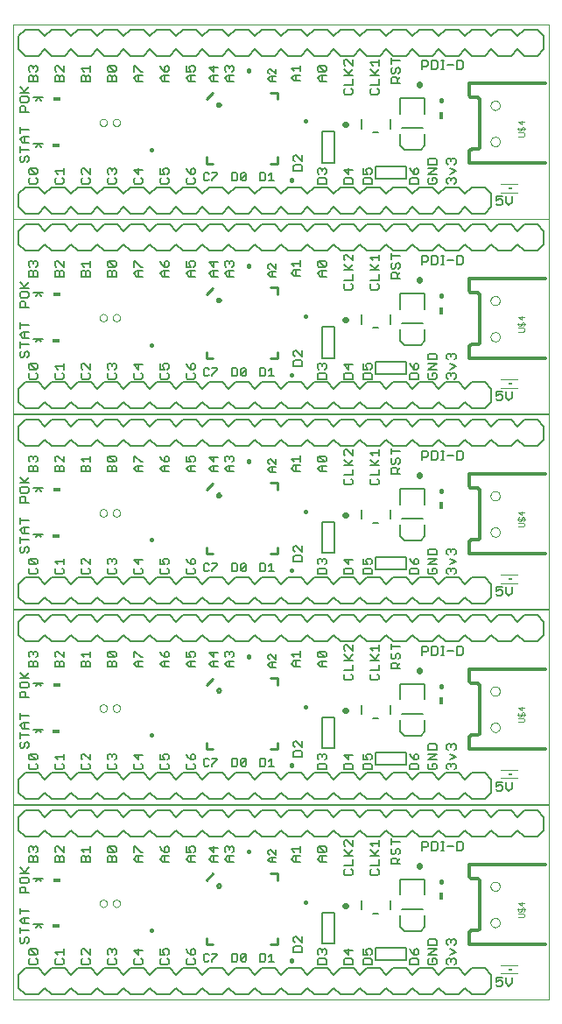
<source format=gto>
G75*
G70*
%OFA0B0*%
%FSLAX25Y25*%
%IPPOS*%
%LPD*%
%AMOC8*
5,1,8,0,0,1.08239X$1,22.5*
%
%ADD11C,0.01600*%
%ADD15C,0.01000*%
%ADD19C,0.00600*%
%ADD27C,0.02200*%
%ADD30C,0.01200*%
%ADD31C,0.00000*%
%ADD37C,0.00500*%
%ADD40C,0.00280*%
%ADD44C,0.00200*%
%ADD46R,0.01600X0.02800*%
%ADD53C,0.00800*%
%ADD58R,0.03000X0.01800*%
%ADD59R,0.01570X0.00790*%
X0010000Y0010000D02*
G75*
%LPD*%
D31*
X0010000Y0010000D02*
X0010000Y0084000D01*
X0214000Y0084000D01*
X0214000Y0010000D01*
X0010000Y0010000D01*
X0042800Y0046600D02*
X0042820Y0046830D01*
X0042880Y0047050D01*
X0042970Y0047270D01*
X0043100Y0047460D01*
X0043250Y0047630D01*
X0043430Y0047770D01*
X0043640Y0047880D01*
X0043860Y0047960D01*
X0044080Y0048000D01*
X0044320Y0048000D01*
X0044540Y0047960D01*
X0044760Y0047880D01*
X0044970Y0047770D01*
X0045150Y0047630D01*
X0045300Y0047460D01*
X0045430Y0047270D01*
X0045520Y0047050D01*
X0045580Y0046830D01*
X0045600Y0046600D01*
X0045580Y0046370D01*
X0045520Y0046150D01*
X0045430Y0045930D01*
X0045300Y0045740D01*
X0045150Y0045570D01*
X0044970Y0045430D01*
X0044760Y0045320D01*
X0044540Y0045240D01*
X0044320Y0045200D01*
X0044080Y0045200D01*
X0043860Y0045240D01*
X0043640Y0045320D01*
X0043430Y0045430D01*
X0043250Y0045570D01*
X0043100Y0045740D01*
X0042970Y0045930D01*
X0042880Y0046150D01*
X0042820Y0046370D01*
X0042800Y0046600D01*
X0047800Y0046600D02*
X0047820Y0046830D01*
X0047880Y0047050D01*
X0047970Y0047270D01*
X0048100Y0047460D01*
X0048250Y0047630D01*
X0048430Y0047770D01*
X0048640Y0047880D01*
X0048860Y0047960D01*
X0049080Y0048000D01*
X0049320Y0048000D01*
X0049540Y0047960D01*
X0049760Y0047880D01*
X0049970Y0047770D01*
X0050150Y0047630D01*
X0050300Y0047460D01*
X0050430Y0047270D01*
X0050520Y0047050D01*
X0050580Y0046830D01*
X0050600Y0046600D01*
X0050580Y0046370D01*
X0050520Y0046150D01*
X0050430Y0045930D01*
X0050300Y0045740D01*
X0050150Y0045570D01*
X0049970Y0045430D01*
X0049760Y0045320D01*
X0049540Y0045240D01*
X0049320Y0045200D01*
X0049080Y0045200D01*
X0048860Y0045240D01*
X0048640Y0045320D01*
X0048430Y0045430D01*
X0048250Y0045570D01*
X0048100Y0045740D01*
X0047970Y0045930D01*
X0047880Y0046150D01*
X0047820Y0046370D01*
X0047800Y0046600D01*
X0191690Y0053090D02*
X0191710Y0053350D01*
X0191770Y0053610D01*
X0191870Y0053860D01*
X0192000Y0054090D01*
X0192160Y0054290D01*
X0192360Y0054470D01*
X0192580Y0054620D01*
X0192810Y0054740D01*
X0193070Y0054820D01*
X0193330Y0054860D01*
X0193590Y0054860D01*
X0193850Y0054820D01*
X0194110Y0054740D01*
X0194350Y0054620D01*
X0194560Y0054470D01*
X0194760Y0054290D01*
X0194920Y0054090D01*
X0195050Y0053860D01*
X0195150Y0053610D01*
X0195210Y0053350D01*
X0195230Y0053090D01*
X0195210Y0052830D01*
X0195150Y0052570D01*
X0195050Y0052320D01*
X0194920Y0052090D01*
X0194760Y0051890D01*
X0194560Y0051710D01*
X0194340Y0051560D01*
X0194110Y0051440D01*
X0193850Y0051360D01*
X0193590Y0051320D01*
X0193330Y0051320D01*
X0193070Y0051360D01*
X0192810Y0051440D01*
X0192570Y0051560D01*
X0192360Y0051710D01*
X0192160Y0051890D01*
X0192000Y0052090D01*
X0191870Y0052320D01*
X0191770Y0052570D01*
X0191710Y0052830D01*
X0191690Y0053090D01*
X0191690Y0039310D02*
X0191710Y0039570D01*
X0191770Y0039830D01*
X0191870Y0040080D01*
X0192000Y0040310D01*
X0192160Y0040510D01*
X0192360Y0040690D01*
X0192580Y0040840D01*
X0192810Y0040960D01*
X0193070Y0041040D01*
X0193330Y0041080D01*
X0193590Y0041080D01*
X0193850Y0041040D01*
X0194110Y0040960D01*
X0194350Y0040840D01*
X0194560Y0040690D01*
X0194760Y0040510D01*
X0194920Y0040310D01*
X0195050Y0040080D01*
X0195150Y0039830D01*
X0195210Y0039570D01*
X0195230Y0039310D01*
X0195210Y0039050D01*
X0195150Y0038790D01*
X0195050Y0038540D01*
X0194920Y0038310D01*
X0194760Y0038110D01*
X0194560Y0037930D01*
X0194340Y0037780D01*
X0194110Y0037660D01*
X0193850Y0037580D01*
X0193590Y0037540D01*
X0193330Y0037540D01*
X0193070Y0037580D01*
X0192810Y0037660D01*
X0192570Y0037780D01*
X0192360Y0037930D01*
X0192160Y0038110D01*
X0192000Y0038310D01*
X0191870Y0038540D01*
X0191770Y0038790D01*
X0191710Y0039050D01*
X0191690Y0039310D01*
D19*
X0178400Y0032370D02*
X0178400Y0031230D01*
X0177830Y0030670D01*
X0176700Y0031800D02*
X0176700Y0032370D01*
X0177270Y0032930D01*
X0177830Y0032930D01*
X0178400Y0032370D01*
X0176700Y0032370D02*
X0176130Y0032930D01*
X0175560Y0032930D01*
X0175000Y0032370D01*
X0175000Y0031230D01*
X0175560Y0030670D01*
X0176130Y0029250D02*
X0178400Y0028120D01*
X0176130Y0026980D01*
X0176130Y0025570D02*
X0176700Y0025000D01*
X0177270Y0025570D01*
X0177830Y0025570D01*
X0178400Y0025000D01*
X0178400Y0023870D01*
X0177830Y0023300D01*
X0175560Y0023300D02*
X0175000Y0023870D01*
X0175000Y0025000D01*
X0175560Y0025570D01*
X0176130Y0025570D01*
X0176700Y0025000D02*
X0176700Y0024430D01*
X0171200Y0023870D02*
X0171200Y0025000D01*
X0170630Y0025570D01*
X0169500Y0025570D01*
X0169500Y0024430D01*
X0170630Y0023300D02*
X0171200Y0023870D01*
X0170630Y0023300D02*
X0168360Y0023300D01*
X0167800Y0023870D01*
X0167800Y0025000D01*
X0168360Y0025570D01*
X0164300Y0025000D02*
X0163730Y0025570D01*
X0161460Y0025570D01*
X0160900Y0025000D01*
X0160900Y0023300D01*
X0164300Y0023300D01*
X0164300Y0025000D01*
X0163730Y0026980D02*
X0164300Y0027550D01*
X0164300Y0028680D01*
X0163730Y0029250D01*
X0163170Y0029250D01*
X0162600Y0028680D01*
X0162600Y0026980D01*
X0163730Y0026980D01*
X0162600Y0026980D02*
X0161460Y0028120D01*
X0160900Y0029250D01*
X0167800Y0029250D02*
X0171200Y0029250D01*
X0167800Y0026980D01*
X0171200Y0026980D01*
X0171200Y0030670D02*
X0167800Y0030670D01*
X0167800Y0032370D01*
X0168360Y0032930D01*
X0170630Y0032930D01*
X0171200Y0032370D01*
X0171200Y0030670D01*
X0146500Y0028680D02*
X0146500Y0027550D01*
X0145930Y0026980D01*
X0144800Y0026980D02*
X0144230Y0028120D01*
X0144230Y0028680D01*
X0144800Y0029250D01*
X0145930Y0029250D01*
X0146500Y0028680D01*
X0144800Y0026980D02*
X0143100Y0026980D01*
X0143100Y0029250D01*
X0139200Y0028680D02*
X0135800Y0028680D01*
X0137500Y0026980D01*
X0137500Y0029250D01*
X0129200Y0028680D02*
X0129200Y0027550D01*
X0128630Y0026980D01*
X0127500Y0028120D02*
X0127500Y0028680D01*
X0128070Y0029250D01*
X0128630Y0029250D01*
X0129200Y0028680D01*
X0127500Y0028680D02*
X0126930Y0029250D01*
X0126360Y0029250D01*
X0125800Y0028680D01*
X0125800Y0027550D01*
X0126360Y0026980D01*
X0126360Y0025570D02*
X0125800Y0025000D01*
X0125800Y0023300D01*
X0129200Y0023300D01*
X0129200Y0025000D01*
X0128630Y0025570D01*
X0126360Y0025570D01*
X0120000Y0028100D02*
X0120000Y0029800D01*
X0119430Y0030370D01*
X0117160Y0030370D01*
X0116600Y0029800D01*
X0116600Y0028100D01*
X0120000Y0028100D01*
X0120000Y0031780D02*
X0117730Y0034050D01*
X0117160Y0034050D01*
X0116600Y0033480D01*
X0116600Y0032350D01*
X0117160Y0031780D01*
X0120000Y0031780D02*
X0120000Y0034050D01*
X0135800Y0025000D02*
X0135800Y0023300D01*
X0139200Y0023300D01*
X0139200Y0025000D01*
X0138630Y0025570D01*
X0136360Y0025570D01*
X0135800Y0025000D01*
X0143100Y0025000D02*
X0143100Y0023300D01*
X0146500Y0023300D01*
X0146500Y0025000D01*
X0145930Y0025570D01*
X0143660Y0025570D01*
X0143100Y0025000D01*
X0193800Y0018500D02*
X0193800Y0016800D01*
X0194930Y0017370D01*
X0195500Y0017370D01*
X0196070Y0016800D01*
X0196070Y0015670D01*
X0195500Y0015100D01*
X0194370Y0015100D01*
X0193800Y0015670D01*
X0197480Y0016230D02*
X0198620Y0015100D01*
X0199750Y0016230D01*
X0199750Y0018500D01*
X0197480Y0018500D02*
X0197480Y0016230D01*
X0196070Y0018500D02*
X0193800Y0018500D01*
X0149200Y0057870D02*
X0148630Y0057300D01*
X0146360Y0057300D01*
X0145800Y0057870D01*
X0145800Y0059000D01*
X0146360Y0059570D01*
X0148630Y0059570D02*
X0149200Y0059000D01*
X0149200Y0057870D01*
X0149200Y0060980D02*
X0145800Y0060980D01*
X0149200Y0060980D02*
X0149200Y0063250D01*
X0149200Y0064670D02*
X0145800Y0064670D01*
X0147500Y0065230D02*
X0149200Y0066930D01*
X0149200Y0068350D02*
X0149200Y0070620D01*
X0149200Y0069480D02*
X0145800Y0069480D01*
X0146930Y0068350D01*
X0145800Y0066930D02*
X0148070Y0064670D01*
X0153800Y0065850D02*
X0154360Y0065280D01*
X0154930Y0065280D01*
X0155500Y0065850D01*
X0155500Y0066980D01*
X0156070Y0067550D01*
X0156630Y0067550D01*
X0157200Y0066980D01*
X0157200Y0065850D01*
X0156630Y0065280D01*
X0157200Y0063870D02*
X0156070Y0062730D01*
X0156070Y0063300D02*
X0156070Y0061600D01*
X0157200Y0061600D02*
X0153800Y0061600D01*
X0153800Y0063300D01*
X0154360Y0063870D01*
X0155500Y0063870D01*
X0156070Y0063300D01*
X0153800Y0065850D02*
X0153800Y0066980D01*
X0154360Y0067550D01*
X0153800Y0068970D02*
X0153800Y0071230D01*
X0153800Y0070100D02*
X0157200Y0070100D01*
X0165500Y0070200D02*
X0165500Y0066800D01*
X0165500Y0067930D02*
X0167200Y0067930D01*
X0167770Y0068500D01*
X0167770Y0069640D01*
X0167200Y0070200D01*
X0165500Y0070200D01*
X0169180Y0070200D02*
X0170880Y0070200D01*
X0171450Y0069640D01*
X0171450Y0067370D01*
X0170880Y0066800D01*
X0169180Y0066800D01*
X0169180Y0070200D01*
X0172870Y0070200D02*
X0174000Y0070200D01*
X0173430Y0070200D02*
X0173430Y0066800D01*
X0172870Y0066800D02*
X0174000Y0066800D01*
X0175320Y0068500D02*
X0177590Y0068500D01*
X0180710Y0066800D02*
X0181270Y0067370D01*
X0181270Y0069640D01*
X0180710Y0070200D01*
X0179000Y0070200D01*
X0179000Y0066800D01*
X0180710Y0066800D01*
X0139200Y0066930D02*
X0137500Y0065230D01*
X0138070Y0064670D02*
X0135800Y0066930D01*
X0136360Y0068350D02*
X0135800Y0068920D01*
X0135800Y0070050D01*
X0136360Y0070620D01*
X0136930Y0070620D01*
X0139200Y0068350D01*
X0139200Y0070620D01*
X0129200Y0067680D02*
X0129200Y0066550D01*
X0128630Y0065980D01*
X0126360Y0068250D01*
X0128630Y0068250D01*
X0129200Y0067680D01*
X0128630Y0065980D02*
X0126360Y0065980D01*
X0125800Y0066550D01*
X0125800Y0067680D01*
X0126360Y0068250D01*
X0119200Y0068350D02*
X0119200Y0066080D01*
X0119200Y0064670D02*
X0116930Y0064670D01*
X0115800Y0063530D01*
X0116930Y0062400D01*
X0119200Y0062400D01*
X0117500Y0062400D02*
X0117500Y0064670D01*
X0116930Y0066080D02*
X0115800Y0067220D01*
X0119200Y0067220D01*
X0125800Y0063430D02*
X0126930Y0064570D01*
X0129200Y0064570D01*
X0127500Y0064570D02*
X0127500Y0062300D01*
X0126930Y0062300D02*
X0125800Y0063430D01*
X0126930Y0062300D02*
X0129200Y0062300D01*
X0135800Y0060980D02*
X0139200Y0060980D01*
X0139200Y0063250D01*
X0139200Y0064670D02*
X0135800Y0064670D01*
X0136360Y0059570D02*
X0135800Y0059000D01*
X0135800Y0057870D01*
X0136360Y0057300D01*
X0138630Y0057300D01*
X0139200Y0057870D01*
X0139200Y0059000D01*
X0138630Y0059570D01*
X0093900Y0062300D02*
X0091630Y0062300D01*
X0090500Y0063430D01*
X0091630Y0064570D01*
X0093900Y0064570D01*
X0092200Y0064570D02*
X0092200Y0062300D01*
X0087800Y0062300D02*
X0085530Y0062300D01*
X0084400Y0063430D01*
X0085530Y0064570D01*
X0087800Y0064570D01*
X0086100Y0064570D02*
X0086100Y0062300D01*
X0079200Y0062300D02*
X0076930Y0062300D01*
X0075800Y0063430D01*
X0076930Y0064570D01*
X0079200Y0064570D01*
X0077500Y0064570D02*
X0077500Y0062300D01*
X0069200Y0062300D02*
X0066930Y0062300D01*
X0065800Y0063430D01*
X0066930Y0064570D01*
X0069200Y0064570D01*
X0067500Y0064570D02*
X0067500Y0062300D01*
X0067500Y0065980D02*
X0067500Y0067680D01*
X0068070Y0068250D01*
X0068630Y0068250D01*
X0069200Y0067680D01*
X0069200Y0066550D01*
X0068630Y0065980D01*
X0067500Y0065980D01*
X0066360Y0067120D01*
X0065800Y0068250D01*
X0059200Y0065980D02*
X0058630Y0065980D01*
X0056360Y0068250D01*
X0055800Y0068250D01*
X0055800Y0065980D01*
X0056930Y0064570D02*
X0059200Y0064570D01*
X0057500Y0064570D02*
X0057500Y0062300D01*
X0056930Y0062300D02*
X0055800Y0063430D01*
X0056930Y0064570D01*
X0056930Y0062300D02*
X0059200Y0062300D01*
X0049200Y0062300D02*
X0049200Y0064000D01*
X0048630Y0064570D01*
X0048070Y0064570D01*
X0047500Y0064000D01*
X0047500Y0062300D01*
X0049200Y0062300D02*
X0045800Y0062300D01*
X0045800Y0064000D01*
X0046360Y0064570D01*
X0046930Y0064570D01*
X0047500Y0064000D01*
X0048630Y0065980D02*
X0046360Y0065980D01*
X0045800Y0066550D01*
X0045800Y0067680D01*
X0046360Y0068250D01*
X0048630Y0065980D01*
X0049200Y0066550D01*
X0049200Y0067680D01*
X0048630Y0068250D01*
X0046360Y0068250D01*
X0039200Y0068250D02*
X0039200Y0065980D01*
X0036930Y0065980D02*
X0035800Y0067120D01*
X0039200Y0067120D01*
X0038630Y0064570D02*
X0039200Y0064000D01*
X0039200Y0062300D01*
X0035800Y0062300D01*
X0035800Y0064000D01*
X0036360Y0064570D01*
X0036930Y0064570D01*
X0037500Y0064000D01*
X0037500Y0062300D01*
X0037500Y0064000D02*
X0038070Y0064570D01*
X0038630Y0064570D01*
X0029200Y0064000D02*
X0029200Y0062300D01*
X0025800Y0062300D01*
X0025800Y0064000D01*
X0026360Y0064570D01*
X0026930Y0064570D01*
X0027500Y0064000D01*
X0027500Y0062300D01*
X0027500Y0064000D02*
X0028070Y0064570D01*
X0028630Y0064570D01*
X0029200Y0064000D01*
X0029200Y0065980D02*
X0026930Y0068250D01*
X0026360Y0068250D01*
X0025800Y0067680D01*
X0025800Y0066550D01*
X0026360Y0065980D01*
X0029200Y0065980D02*
X0029200Y0068250D01*
X0019200Y0067680D02*
X0019200Y0066550D01*
X0018630Y0065980D01*
X0016360Y0065980D02*
X0015800Y0066550D01*
X0015800Y0067680D01*
X0016360Y0068250D01*
X0016930Y0068250D01*
X0017500Y0067680D01*
X0018070Y0068250D01*
X0018630Y0068250D01*
X0019200Y0067680D01*
X0017500Y0067680D02*
X0017500Y0067120D01*
X0018070Y0064570D02*
X0017500Y0064000D01*
X0017500Y0062300D01*
X0019200Y0062300D02*
X0015800Y0062300D01*
X0015800Y0064000D01*
X0016360Y0064570D01*
X0016930Y0064570D01*
X0017500Y0064000D01*
X0018070Y0064570D02*
X0018630Y0064570D01*
X0019200Y0064000D01*
X0019200Y0062300D01*
X0015800Y0060230D02*
X0014100Y0058530D01*
X0014670Y0057970D02*
X0012400Y0060230D01*
X0012400Y0057970D02*
X0015800Y0057970D01*
X0015230Y0056550D02*
X0012960Y0056550D01*
X0012400Y0055980D01*
X0012400Y0054850D01*
X0012960Y0054280D01*
X0015230Y0054280D01*
X0015800Y0054850D01*
X0015800Y0055980D01*
X0015230Y0056550D01*
X0014100Y0052870D02*
X0012960Y0052870D01*
X0012400Y0052300D01*
X0012400Y0050600D01*
X0015800Y0050600D01*
X0014670Y0050600D02*
X0014670Y0052300D01*
X0014100Y0052870D01*
X0012500Y0044850D02*
X0012500Y0042580D01*
X0013630Y0041170D02*
X0015900Y0041170D01*
X0014200Y0041170D02*
X0014200Y0038900D01*
X0013630Y0038900D02*
X0012500Y0040030D01*
X0013630Y0041170D01*
X0013630Y0038900D02*
X0015900Y0038900D01*
X0012500Y0037490D02*
X0012500Y0035220D01*
X0012500Y0036350D02*
X0015900Y0036350D01*
X0015330Y0033800D02*
X0015900Y0033240D01*
X0015900Y0032100D01*
X0015330Y0031530D01*
X0014200Y0032100D02*
X0014200Y0033240D01*
X0014770Y0033800D01*
X0015330Y0033800D01*
X0013060Y0033800D02*
X0012500Y0033240D01*
X0012500Y0032100D01*
X0013060Y0031530D01*
X0013630Y0031530D01*
X0014200Y0032100D01*
X0016360Y0029250D02*
X0018630Y0026980D01*
X0019200Y0027550D01*
X0019200Y0028680D01*
X0018630Y0029250D01*
X0016360Y0029250D01*
X0015800Y0028680D01*
X0015800Y0027550D01*
X0016360Y0026980D01*
X0018630Y0026980D01*
X0018630Y0025570D02*
X0019200Y0025000D01*
X0019200Y0023870D01*
X0018630Y0023300D01*
X0016360Y0023300D01*
X0015800Y0023870D01*
X0015800Y0025000D01*
X0016360Y0025570D01*
X0025800Y0025000D02*
X0025800Y0023870D01*
X0026360Y0023300D01*
X0028630Y0023300D01*
X0029200Y0023870D01*
X0029200Y0025000D01*
X0028630Y0025570D01*
X0026360Y0025570D02*
X0025800Y0025000D01*
X0026930Y0026980D02*
X0025800Y0028120D01*
X0029200Y0028120D01*
X0029200Y0029250D02*
X0029200Y0026980D01*
X0035800Y0027550D02*
X0036360Y0026980D01*
X0035800Y0027550D02*
X0035800Y0028680D01*
X0036360Y0029250D01*
X0036930Y0029250D01*
X0039200Y0026980D01*
X0039200Y0029250D01*
X0045800Y0028680D02*
X0045800Y0027550D01*
X0046360Y0026980D01*
X0047500Y0028120D02*
X0047500Y0028680D01*
X0048070Y0029250D01*
X0048630Y0029250D01*
X0049200Y0028680D01*
X0049200Y0027550D01*
X0048630Y0026980D01*
X0048630Y0025570D02*
X0049200Y0025000D01*
X0049200Y0023870D01*
X0048630Y0023300D01*
X0046360Y0023300D01*
X0045800Y0023870D01*
X0045800Y0025000D01*
X0046360Y0025570D01*
X0039200Y0025000D02*
X0039200Y0023870D01*
X0038630Y0023300D01*
X0036360Y0023300D01*
X0035800Y0023870D01*
X0035800Y0025000D01*
X0036360Y0025570D01*
X0038630Y0025570D02*
X0039200Y0025000D01*
X0045800Y0028680D02*
X0046360Y0029250D01*
X0046930Y0029250D01*
X0047500Y0028680D01*
X0055800Y0028680D02*
X0057500Y0026980D01*
X0057500Y0029250D01*
X0059200Y0028680D02*
X0055800Y0028680D01*
X0056360Y0025570D02*
X0055800Y0025000D01*
X0055800Y0023870D01*
X0056360Y0023300D01*
X0058630Y0023300D01*
X0059200Y0023870D01*
X0059200Y0025000D01*
X0058630Y0025570D01*
X0065800Y0025000D02*
X0065800Y0023870D01*
X0066360Y0023300D01*
X0068630Y0023300D01*
X0069200Y0023870D01*
X0069200Y0025000D01*
X0068630Y0025570D01*
X0066360Y0025570D02*
X0065800Y0025000D01*
X0065800Y0026980D02*
X0067500Y0026980D01*
X0066930Y0028120D01*
X0066930Y0028680D01*
X0067500Y0029250D01*
X0068630Y0029250D01*
X0069200Y0028680D01*
X0069200Y0027550D01*
X0068630Y0026980D01*
X0065800Y0026980D02*
X0065800Y0029250D01*
X0075800Y0029250D02*
X0076360Y0028120D01*
X0077500Y0026980D01*
X0077500Y0028680D01*
X0078070Y0029250D01*
X0078630Y0029250D01*
X0079200Y0028680D01*
X0079200Y0027550D01*
X0078630Y0026980D01*
X0077500Y0026980D01*
X0078630Y0025570D02*
X0079200Y0025000D01*
X0079200Y0023870D01*
X0078630Y0023300D01*
X0076360Y0023300D01*
X0075800Y0023870D01*
X0075800Y0025000D01*
X0076360Y0025570D01*
X0015900Y0043720D02*
X0012500Y0043720D01*
X0075800Y0065980D02*
X0077500Y0065980D01*
X0076930Y0067120D01*
X0076930Y0067680D01*
X0077500Y0068250D01*
X0078630Y0068250D01*
X0079200Y0067680D01*
X0079200Y0066550D01*
X0078630Y0065980D01*
X0075800Y0065980D02*
X0075800Y0068250D01*
X0084400Y0067680D02*
X0086100Y0065980D01*
X0086100Y0068250D01*
X0087800Y0067680D02*
X0084400Y0067680D01*
X0090500Y0067680D02*
X0090500Y0066550D01*
X0091060Y0065980D01*
X0093330Y0065980D02*
X0093900Y0066550D01*
X0093900Y0067680D01*
X0093330Y0068250D01*
X0092770Y0068250D01*
X0092200Y0067680D01*
X0092200Y0067120D01*
X0092200Y0067680D02*
X0091630Y0068250D01*
X0091060Y0068250D01*
X0090500Y0067680D01*
D37*
X0107050Y0066550D02*
X0107050Y0065650D01*
X0107500Y0065200D01*
X0107950Y0064050D02*
X0109750Y0064050D01*
X0109750Y0065200D02*
X0107950Y0067000D01*
X0107500Y0067000D01*
X0107050Y0066550D01*
X0109750Y0067000D02*
X0109750Y0065200D01*
X0108400Y0064050D02*
X0108400Y0062250D01*
X0107950Y0062250D02*
X0107050Y0063150D01*
X0107950Y0064050D01*
X0107950Y0062250D02*
X0109750Y0062250D01*
X0158000Y0044500D02*
X0166000Y0044500D01*
X0132160Y0043110D02*
X0127440Y0043110D01*
X0127440Y0031290D01*
X0132160Y0031290D01*
X0132160Y0043110D01*
X0147890Y0029760D02*
X0159710Y0029760D01*
X0159710Y0025040D01*
X0147890Y0025040D01*
X0147890Y0029760D01*
X0109170Y0024450D02*
X0107170Y0024450D01*
X0108170Y0024450D02*
X0108170Y0027450D01*
X0107170Y0026450D01*
X0105950Y0026950D02*
X0105450Y0027450D01*
X0103950Y0027450D01*
X0103950Y0024450D01*
X0105450Y0024450D01*
X0105950Y0024950D01*
X0105950Y0026950D01*
X0098570Y0026950D02*
X0098570Y0024950D01*
X0098070Y0024450D01*
X0097070Y0024450D01*
X0096570Y0024950D01*
X0098570Y0026950D01*
X0098070Y0027450D01*
X0097070Y0027450D01*
X0096570Y0026950D01*
X0096570Y0024950D01*
X0095350Y0024950D02*
X0095350Y0026950D01*
X0094850Y0027450D01*
X0093350Y0027450D01*
X0093350Y0024450D01*
X0094850Y0024450D01*
X0095350Y0024950D01*
X0087670Y0026950D02*
X0085670Y0024950D01*
X0085670Y0024450D01*
X0084450Y0024950D02*
X0083950Y0024450D01*
X0082950Y0024450D01*
X0082450Y0024950D01*
X0082450Y0026950D01*
X0082950Y0027450D01*
X0083950Y0027450D01*
X0084450Y0026950D01*
X0085670Y0027450D02*
X0087670Y0027450D01*
X0087670Y0026950D01*
D27*
X0136290Y0045770D02*
X0136530Y0045770D01*
X0164400Y0060880D02*
X0164400Y0061120D01*
D53*
X0166720Y0055840D02*
X0157280Y0055840D01*
X0157280Y0049940D01*
X0153600Y0047690D02*
X0153600Y0044310D01*
X0157280Y0042060D02*
X0157280Y0037730D01*
X0158850Y0036160D01*
X0165150Y0036160D01*
X0166720Y0037730D01*
X0166720Y0042060D01*
X0149060Y0042810D02*
X0146940Y0042810D01*
X0142400Y0044310D02*
X0142400Y0047690D01*
X0166720Y0049940D02*
X0166720Y0055840D01*
X0164500Y0072000D02*
X0162000Y0074500D01*
X0159500Y0072000D01*
X0154500Y0072000D01*
X0152000Y0074500D01*
X0149500Y0072000D01*
X0144500Y0072000D01*
X0142000Y0074500D01*
X0139500Y0072000D01*
X0134500Y0072000D01*
X0132000Y0074500D01*
X0129500Y0072000D01*
X0124500Y0072000D01*
X0122000Y0074500D01*
X0119500Y0072000D01*
X0114500Y0072000D01*
X0112000Y0074500D01*
X0109500Y0072000D01*
X0104500Y0072000D01*
X0102000Y0074500D01*
X0099500Y0072000D01*
X0094500Y0072000D01*
X0092000Y0074500D01*
X0089500Y0072000D01*
X0084500Y0072000D01*
X0082000Y0074500D01*
X0079500Y0072000D01*
X0074500Y0072000D01*
X0072000Y0074500D01*
X0069500Y0072000D01*
X0064500Y0072000D01*
X0062000Y0074500D01*
X0059500Y0072000D01*
X0054500Y0072000D01*
X0052000Y0074500D01*
X0049500Y0072000D01*
X0044500Y0072000D01*
X0042000Y0074500D01*
X0039500Y0072000D01*
X0034500Y0072000D01*
X0032000Y0074500D01*
X0029500Y0072000D01*
X0024500Y0072000D01*
X0022000Y0074500D01*
X0019500Y0072000D01*
X0014500Y0072000D01*
X0012000Y0074500D01*
X0012000Y0079500D01*
X0014500Y0082000D01*
X0019500Y0082000D01*
X0022000Y0079500D01*
X0024500Y0082000D01*
X0029500Y0082000D01*
X0032000Y0079500D01*
X0034500Y0082000D01*
X0039500Y0082000D01*
X0042000Y0079500D01*
X0044500Y0082000D01*
X0049500Y0082000D01*
X0052000Y0079500D01*
X0054500Y0082000D01*
X0059500Y0082000D01*
X0062000Y0079500D01*
X0064500Y0082000D01*
X0069500Y0082000D01*
X0072000Y0079500D01*
X0074500Y0082000D01*
X0079500Y0082000D01*
X0082000Y0079500D01*
X0084500Y0082000D01*
X0089500Y0082000D01*
X0092000Y0079500D01*
X0094500Y0082000D01*
X0099500Y0082000D01*
X0102000Y0079500D01*
X0104500Y0082000D01*
X0109500Y0082000D01*
X0112000Y0079500D01*
X0114500Y0082000D01*
X0119500Y0082000D01*
X0122000Y0079500D01*
X0124500Y0082000D01*
X0129500Y0082000D01*
X0132000Y0079500D01*
X0134500Y0082000D01*
X0139500Y0082000D01*
X0142000Y0079500D01*
X0144500Y0082000D01*
X0149500Y0082000D01*
X0152000Y0079500D01*
X0154500Y0082000D01*
X0159500Y0082000D01*
X0162000Y0079500D01*
X0164500Y0082000D01*
X0169500Y0082000D01*
X0172000Y0079500D01*
X0174500Y0082000D01*
X0179500Y0082000D01*
X0182000Y0079500D01*
X0184500Y0082000D01*
X0189500Y0082000D01*
X0192000Y0079500D01*
X0194500Y0082000D01*
X0199500Y0082000D01*
X0202000Y0079500D01*
X0204500Y0082000D01*
X0209500Y0082000D01*
X0212000Y0079500D01*
X0212000Y0074500D01*
X0209500Y0072000D01*
X0204500Y0072000D01*
X0202000Y0074500D01*
X0199500Y0072000D01*
X0194500Y0072000D01*
X0192000Y0074500D01*
X0189500Y0072000D01*
X0184500Y0072000D01*
X0182000Y0074500D01*
X0179500Y0072000D01*
X0174500Y0072000D01*
X0172000Y0074500D01*
X0169500Y0072000D01*
X0164500Y0072000D01*
X0164500Y0022000D02*
X0169500Y0022000D01*
X0172000Y0019500D01*
X0174500Y0022000D01*
X0179500Y0022000D01*
X0182000Y0019500D01*
X0184500Y0022000D01*
X0189500Y0022000D01*
X0192000Y0019500D01*
X0192000Y0014500D01*
X0189500Y0012000D01*
X0184500Y0012000D01*
X0182000Y0014500D01*
X0179500Y0012000D01*
X0174500Y0012000D01*
X0172000Y0014500D01*
X0169500Y0012000D01*
X0164500Y0012000D01*
X0162000Y0014500D01*
X0159500Y0012000D01*
X0154500Y0012000D01*
X0152000Y0014500D01*
X0149500Y0012000D01*
X0144500Y0012000D01*
X0142000Y0014500D01*
X0139500Y0012000D01*
X0134500Y0012000D01*
X0132000Y0014500D01*
X0129500Y0012000D01*
X0124500Y0012000D01*
X0122000Y0014500D01*
X0119500Y0012000D01*
X0114500Y0012000D01*
X0112000Y0014500D01*
X0109500Y0012000D01*
X0104500Y0012000D01*
X0102000Y0014500D01*
X0099500Y0012000D01*
X0094500Y0012000D01*
X0092000Y0014500D01*
X0089500Y0012000D01*
X0084500Y0012000D01*
X0082000Y0014500D01*
X0079500Y0012000D01*
X0074500Y0012000D01*
X0072000Y0014500D01*
X0069500Y0012000D01*
X0064500Y0012000D01*
X0062000Y0014500D01*
X0059500Y0012000D01*
X0054500Y0012000D01*
X0052000Y0014500D01*
X0049500Y0012000D01*
X0044500Y0012000D01*
X0042000Y0014500D01*
X0039500Y0012000D01*
X0034500Y0012000D01*
X0032000Y0014500D01*
X0029500Y0012000D01*
X0024500Y0012000D01*
X0022000Y0014500D01*
X0019500Y0012000D01*
X0014500Y0012000D01*
X0012000Y0014500D01*
X0012000Y0019500D01*
X0014500Y0022000D01*
X0019500Y0022000D01*
X0022000Y0019500D01*
X0024500Y0022000D01*
X0029500Y0022000D01*
X0032000Y0019500D01*
X0034500Y0022000D01*
X0039500Y0022000D01*
X0042000Y0019500D01*
X0044500Y0022000D01*
X0049500Y0022000D01*
X0052000Y0019500D01*
X0054500Y0022000D01*
X0059500Y0022000D01*
X0062000Y0019500D01*
X0064500Y0022000D01*
X0069500Y0022000D01*
X0072000Y0019500D01*
X0074500Y0022000D01*
X0079500Y0022000D01*
X0082000Y0019500D01*
X0084500Y0022000D01*
X0089500Y0022000D01*
X0092000Y0019500D01*
X0094500Y0022000D01*
X0099500Y0022000D01*
X0102000Y0019500D01*
X0104500Y0022000D01*
X0109500Y0022000D01*
X0112000Y0019500D01*
X0114500Y0022000D01*
X0119500Y0022000D01*
X0122000Y0019500D01*
X0124500Y0022000D01*
X0129500Y0022000D01*
X0132000Y0019500D01*
X0134500Y0022000D01*
X0139500Y0022000D01*
X0142000Y0019500D01*
X0144500Y0022000D01*
X0149500Y0022000D01*
X0152000Y0019500D01*
X0154500Y0022000D01*
X0159500Y0022000D01*
X0162000Y0019500D01*
X0164500Y0022000D01*
X0021310Y0038570D02*
X0019500Y0038570D01*
X0020420Y0037350D01*
X0019500Y0038570D02*
X0017690Y0038570D01*
X0018640Y0037350D02*
X0019400Y0038510D01*
X0018640Y0054950D02*
X0019400Y0056110D01*
X0019500Y0056170D02*
X0020420Y0054950D01*
X0021310Y0056170D02*
X0019500Y0056170D01*
X0017690Y0056170D01*
D11*
X0062480Y0036300D02*
X0062720Y0036300D01*
X0115800Y0024920D02*
X0115800Y0024680D01*
X0121110Y0047210D02*
X0121350Y0047210D01*
X0099420Y0066250D02*
X0099420Y0066490D01*
X0173000Y0055120D02*
X0173000Y0054880D01*
D40*
X0195650Y0023070D02*
X0201950Y0023070D01*
X0201950Y0019930D02*
X0195650Y0019930D01*
D59*
X0199190Y0021500D03*
D58*
X0026200Y0037900D03*
X0026500Y0055500D03*
D15*
X0083610Y0055520D02*
X0085980Y0057890D01*
X0087520Y0053360D02*
X0087540Y0053510D01*
X0087600Y0053660D01*
X0087690Y0053780D01*
X0087810Y0053880D01*
X0087950Y0053950D01*
X0088100Y0053980D01*
X0088260Y0053970D01*
X0088400Y0053920D01*
X0088540Y0053840D01*
X0088640Y0053720D01*
X0088720Y0053590D01*
X0088760Y0053440D01*
X0088760Y0053280D01*
X0088720Y0053130D01*
X0088640Y0053000D01*
X0088540Y0052880D01*
X0088400Y0052800D01*
X0088260Y0052750D01*
X0088100Y0052740D01*
X0087950Y0052770D01*
X0087810Y0052840D01*
X0087690Y0052940D01*
X0087600Y0053060D01*
X0087540Y0053210D01*
X0087520Y0053360D01*
X0108000Y0058000D02*
X0110500Y0058000D01*
X0110500Y0055500D01*
X0110500Y0033500D02*
X0110500Y0031000D01*
X0108000Y0031000D01*
X0086000Y0031000D02*
X0083500Y0031000D01*
X0083500Y0033500D01*
D30*
X0183620Y0035370D02*
X0183620Y0031040D01*
X0212550Y0031040D01*
X0187550Y0037340D02*
X0187550Y0055060D01*
X0187540Y0055230D01*
X0187490Y0055400D01*
X0187420Y0055550D01*
X0187320Y0055690D01*
X0187200Y0055810D01*
X0187060Y0055910D01*
X0186910Y0055980D01*
X0186740Y0056030D01*
X0186570Y0056040D01*
X0184600Y0056040D01*
X0184600Y0056050D02*
X0184430Y0056060D01*
X0184260Y0056110D01*
X0184110Y0056180D01*
X0183970Y0056280D01*
X0183850Y0056400D01*
X0183750Y0056540D01*
X0183680Y0056690D01*
X0183630Y0056860D01*
X0183620Y0057030D01*
X0183620Y0061360D01*
X0212550Y0061360D01*
X0187550Y0037340D02*
X0187540Y0037170D01*
X0187490Y0037000D01*
X0187420Y0036850D01*
X0187320Y0036710D01*
X0187200Y0036590D01*
X0187060Y0036490D01*
X0186910Y0036420D01*
X0186740Y0036370D01*
X0186570Y0036360D01*
X0184600Y0036360D01*
X0184600Y0036350D02*
X0184430Y0036340D01*
X0184260Y0036290D01*
X0184110Y0036220D01*
X0183970Y0036120D01*
X0183850Y0036000D01*
X0183750Y0035860D01*
X0183680Y0035710D01*
X0183630Y0035540D01*
X0183620Y0035370D01*
D44*
X0202300Y0041300D02*
X0204130Y0041300D01*
X0204500Y0041670D01*
X0204500Y0042400D01*
X0204130Y0042770D01*
X0202300Y0042770D01*
X0202670Y0043510D02*
X0202300Y0043880D01*
X0202300Y0044610D01*
X0202670Y0044980D01*
X0203400Y0044610D02*
X0203400Y0043880D01*
X0203030Y0043510D01*
X0202670Y0043510D01*
X0201930Y0044240D02*
X0204870Y0044240D01*
X0204500Y0043880D02*
X0204500Y0044610D01*
X0204130Y0044980D01*
X0203770Y0044980D01*
X0203400Y0044610D01*
X0203400Y0045720D02*
X0203400Y0047190D01*
X0204500Y0046820D02*
X0202300Y0046820D01*
X0203400Y0045720D01*
X0204500Y0043880D02*
X0204130Y0043510D01*
D46*
X0173000Y0049300D03*
X0010000Y0084300D02*
G75*
%LPD*%
D31*
X0010000Y0084300D02*
X0010000Y0158300D01*
X0214000Y0158300D01*
X0214000Y0084300D01*
X0010000Y0084300D01*
X0042800Y0120900D02*
X0042820Y0121130D01*
X0042880Y0121350D01*
X0042970Y0121570D01*
X0043100Y0121760D01*
X0043250Y0121930D01*
X0043430Y0122070D01*
X0043640Y0122180D01*
X0043860Y0122260D01*
X0044080Y0122300D01*
X0044320Y0122300D01*
X0044540Y0122260D01*
X0044760Y0122180D01*
X0044970Y0122070D01*
X0045150Y0121930D01*
X0045300Y0121760D01*
X0045430Y0121570D01*
X0045520Y0121350D01*
X0045580Y0121130D01*
X0045600Y0120900D01*
X0045580Y0120670D01*
X0045520Y0120450D01*
X0045430Y0120230D01*
X0045300Y0120040D01*
X0045150Y0119870D01*
X0044970Y0119730D01*
X0044760Y0119620D01*
X0044540Y0119540D01*
X0044320Y0119500D01*
X0044080Y0119500D01*
X0043860Y0119540D01*
X0043640Y0119620D01*
X0043430Y0119730D01*
X0043250Y0119870D01*
X0043100Y0120040D01*
X0042970Y0120230D01*
X0042880Y0120450D01*
X0042820Y0120670D01*
X0042800Y0120900D01*
X0047800Y0120900D02*
X0047820Y0121130D01*
X0047880Y0121350D01*
X0047970Y0121570D01*
X0048100Y0121760D01*
X0048250Y0121930D01*
X0048430Y0122070D01*
X0048640Y0122180D01*
X0048860Y0122260D01*
X0049080Y0122300D01*
X0049320Y0122300D01*
X0049540Y0122260D01*
X0049760Y0122180D01*
X0049970Y0122070D01*
X0050150Y0121930D01*
X0050300Y0121760D01*
X0050430Y0121570D01*
X0050520Y0121350D01*
X0050580Y0121130D01*
X0050600Y0120900D01*
X0050580Y0120670D01*
X0050520Y0120450D01*
X0050430Y0120230D01*
X0050300Y0120040D01*
X0050150Y0119870D01*
X0049970Y0119730D01*
X0049760Y0119620D01*
X0049540Y0119540D01*
X0049320Y0119500D01*
X0049080Y0119500D01*
X0048860Y0119540D01*
X0048640Y0119620D01*
X0048430Y0119730D01*
X0048250Y0119870D01*
X0048100Y0120040D01*
X0047970Y0120230D01*
X0047880Y0120450D01*
X0047820Y0120670D01*
X0047800Y0120900D01*
X0191690Y0127390D02*
X0191710Y0127650D01*
X0191770Y0127910D01*
X0191870Y0128160D01*
X0192000Y0128390D01*
X0192160Y0128590D01*
X0192360Y0128770D01*
X0192580Y0128920D01*
X0192810Y0129040D01*
X0193070Y0129120D01*
X0193330Y0129160D01*
X0193590Y0129160D01*
X0193850Y0129120D01*
X0194110Y0129040D01*
X0194350Y0128920D01*
X0194560Y0128770D01*
X0194760Y0128590D01*
X0194920Y0128390D01*
X0195050Y0128160D01*
X0195150Y0127910D01*
X0195210Y0127650D01*
X0195230Y0127390D01*
X0195210Y0127130D01*
X0195150Y0126870D01*
X0195050Y0126620D01*
X0194920Y0126390D01*
X0194760Y0126190D01*
X0194560Y0126010D01*
X0194340Y0125860D01*
X0194110Y0125740D01*
X0193850Y0125660D01*
X0193590Y0125620D01*
X0193330Y0125620D01*
X0193070Y0125660D01*
X0192810Y0125740D01*
X0192570Y0125860D01*
X0192360Y0126010D01*
X0192160Y0126190D01*
X0192000Y0126390D01*
X0191870Y0126620D01*
X0191770Y0126870D01*
X0191710Y0127130D01*
X0191690Y0127390D01*
X0191690Y0113610D02*
X0191710Y0113870D01*
X0191770Y0114130D01*
X0191870Y0114380D01*
X0192000Y0114610D01*
X0192160Y0114810D01*
X0192360Y0114990D01*
X0192580Y0115140D01*
X0192810Y0115260D01*
X0193070Y0115340D01*
X0193330Y0115380D01*
X0193590Y0115380D01*
X0193850Y0115340D01*
X0194110Y0115260D01*
X0194350Y0115140D01*
X0194560Y0114990D01*
X0194760Y0114810D01*
X0194920Y0114610D01*
X0195050Y0114380D01*
X0195150Y0114130D01*
X0195210Y0113870D01*
X0195230Y0113610D01*
X0195210Y0113350D01*
X0195150Y0113090D01*
X0195050Y0112840D01*
X0194920Y0112610D01*
X0194760Y0112410D01*
X0194560Y0112230D01*
X0194340Y0112080D01*
X0194110Y0111960D01*
X0193850Y0111880D01*
X0193590Y0111840D01*
X0193330Y0111840D01*
X0193070Y0111880D01*
X0192810Y0111960D01*
X0192570Y0112080D01*
X0192360Y0112230D01*
X0192160Y0112410D01*
X0192000Y0112610D01*
X0191870Y0112840D01*
X0191770Y0113090D01*
X0191710Y0113350D01*
X0191690Y0113610D01*
D19*
X0178400Y0106670D02*
X0178400Y0105530D01*
X0177830Y0104970D01*
X0176700Y0106100D02*
X0176700Y0106670D01*
X0177270Y0107230D01*
X0177830Y0107230D01*
X0178400Y0106670D01*
X0176700Y0106670D02*
X0176130Y0107230D01*
X0175560Y0107230D01*
X0175000Y0106670D01*
X0175000Y0105530D01*
X0175560Y0104970D01*
X0176130Y0103550D02*
X0178400Y0102420D01*
X0176130Y0101280D01*
X0176130Y0099870D02*
X0176700Y0099300D01*
X0177270Y0099870D01*
X0177830Y0099870D01*
X0178400Y0099300D01*
X0178400Y0098170D01*
X0177830Y0097600D01*
X0175560Y0097600D02*
X0175000Y0098170D01*
X0175000Y0099300D01*
X0175560Y0099870D01*
X0176130Y0099870D01*
X0176700Y0099300D02*
X0176700Y0098730D01*
X0171200Y0098170D02*
X0171200Y0099300D01*
X0170630Y0099870D01*
X0169500Y0099870D01*
X0169500Y0098730D01*
X0170630Y0097600D02*
X0171200Y0098170D01*
X0170630Y0097600D02*
X0168360Y0097600D01*
X0167800Y0098170D01*
X0167800Y0099300D01*
X0168360Y0099870D01*
X0164300Y0099300D02*
X0163730Y0099870D01*
X0161460Y0099870D01*
X0160900Y0099300D01*
X0160900Y0097600D01*
X0164300Y0097600D01*
X0164300Y0099300D01*
X0163730Y0101280D02*
X0164300Y0101850D01*
X0164300Y0102980D01*
X0163730Y0103550D01*
X0163170Y0103550D01*
X0162600Y0102980D01*
X0162600Y0101280D01*
X0163730Y0101280D01*
X0162600Y0101280D02*
X0161460Y0102420D01*
X0160900Y0103550D01*
X0167800Y0103550D02*
X0171200Y0103550D01*
X0167800Y0101280D01*
X0171200Y0101280D01*
X0171200Y0104970D02*
X0167800Y0104970D01*
X0167800Y0106670D01*
X0168360Y0107230D01*
X0170630Y0107230D01*
X0171200Y0106670D01*
X0171200Y0104970D01*
X0146500Y0102980D02*
X0146500Y0101850D01*
X0145930Y0101280D01*
X0144800Y0101280D02*
X0144230Y0102420D01*
X0144230Y0102980D01*
X0144800Y0103550D01*
X0145930Y0103550D01*
X0146500Y0102980D01*
X0144800Y0101280D02*
X0143100Y0101280D01*
X0143100Y0103550D01*
X0139200Y0102980D02*
X0135800Y0102980D01*
X0137500Y0101280D01*
X0137500Y0103550D01*
X0129200Y0102980D02*
X0129200Y0101850D01*
X0128630Y0101280D01*
X0127500Y0102420D02*
X0127500Y0102980D01*
X0128070Y0103550D01*
X0128630Y0103550D01*
X0129200Y0102980D01*
X0127500Y0102980D02*
X0126930Y0103550D01*
X0126360Y0103550D01*
X0125800Y0102980D01*
X0125800Y0101850D01*
X0126360Y0101280D01*
X0126360Y0099870D02*
X0125800Y0099300D01*
X0125800Y0097600D01*
X0129200Y0097600D01*
X0129200Y0099300D01*
X0128630Y0099870D01*
X0126360Y0099870D01*
X0120000Y0102400D02*
X0120000Y0104100D01*
X0119430Y0104670D01*
X0117160Y0104670D01*
X0116600Y0104100D01*
X0116600Y0102400D01*
X0120000Y0102400D01*
X0120000Y0106080D02*
X0117730Y0108350D01*
X0117160Y0108350D01*
X0116600Y0107780D01*
X0116600Y0106650D01*
X0117160Y0106080D01*
X0120000Y0106080D02*
X0120000Y0108350D01*
X0135800Y0099300D02*
X0135800Y0097600D01*
X0139200Y0097600D01*
X0139200Y0099300D01*
X0138630Y0099870D01*
X0136360Y0099870D01*
X0135800Y0099300D01*
X0143100Y0099300D02*
X0143100Y0097600D01*
X0146500Y0097600D01*
X0146500Y0099300D01*
X0145930Y0099870D01*
X0143660Y0099870D01*
X0143100Y0099300D01*
X0193800Y0092800D02*
X0193800Y0091100D01*
X0194930Y0091670D01*
X0195500Y0091670D01*
X0196070Y0091100D01*
X0196070Y0089970D01*
X0195500Y0089400D01*
X0194370Y0089400D01*
X0193800Y0089970D01*
X0197480Y0090530D02*
X0198620Y0089400D01*
X0199750Y0090530D01*
X0199750Y0092800D01*
X0197480Y0092800D02*
X0197480Y0090530D01*
X0196070Y0092800D02*
X0193800Y0092800D01*
X0149200Y0132170D02*
X0148630Y0131600D01*
X0146360Y0131600D01*
X0145800Y0132170D01*
X0145800Y0133300D01*
X0146360Y0133870D01*
X0148630Y0133870D02*
X0149200Y0133300D01*
X0149200Y0132170D01*
X0149200Y0135280D02*
X0145800Y0135280D01*
X0149200Y0135280D02*
X0149200Y0137550D01*
X0149200Y0138970D02*
X0145800Y0138970D01*
X0147500Y0139530D02*
X0149200Y0141230D01*
X0149200Y0142650D02*
X0149200Y0144920D01*
X0149200Y0143780D02*
X0145800Y0143780D01*
X0146930Y0142650D01*
X0145800Y0141230D02*
X0148070Y0138970D01*
X0153800Y0140150D02*
X0154360Y0139580D01*
X0154930Y0139580D01*
X0155500Y0140150D01*
X0155500Y0141280D01*
X0156070Y0141850D01*
X0156630Y0141850D01*
X0157200Y0141280D01*
X0157200Y0140150D01*
X0156630Y0139580D01*
X0157200Y0138170D02*
X0156070Y0137030D01*
X0156070Y0137600D02*
X0156070Y0135900D01*
X0157200Y0135900D02*
X0153800Y0135900D01*
X0153800Y0137600D01*
X0154360Y0138170D01*
X0155500Y0138170D01*
X0156070Y0137600D01*
X0153800Y0140150D02*
X0153800Y0141280D01*
X0154360Y0141850D01*
X0153800Y0143270D02*
X0153800Y0145530D01*
X0153800Y0144400D02*
X0157200Y0144400D01*
X0165500Y0144500D02*
X0165500Y0141100D01*
X0165500Y0142230D02*
X0167200Y0142230D01*
X0167770Y0142800D01*
X0167770Y0143940D01*
X0167200Y0144500D01*
X0165500Y0144500D01*
X0169180Y0144500D02*
X0170880Y0144500D01*
X0171450Y0143940D01*
X0171450Y0141670D01*
X0170880Y0141100D01*
X0169180Y0141100D01*
X0169180Y0144500D01*
X0172870Y0144500D02*
X0174000Y0144500D01*
X0173430Y0144500D02*
X0173430Y0141100D01*
X0172870Y0141100D02*
X0174000Y0141100D01*
X0175320Y0142800D02*
X0177590Y0142800D01*
X0180710Y0141100D02*
X0181270Y0141670D01*
X0181270Y0143940D01*
X0180710Y0144500D01*
X0179000Y0144500D01*
X0179000Y0141100D01*
X0180710Y0141100D01*
X0139200Y0141230D02*
X0137500Y0139530D01*
X0138070Y0138970D02*
X0135800Y0141230D01*
X0136360Y0142650D02*
X0135800Y0143220D01*
X0135800Y0144350D01*
X0136360Y0144920D01*
X0136930Y0144920D01*
X0139200Y0142650D01*
X0139200Y0144920D01*
X0129200Y0141980D02*
X0129200Y0140850D01*
X0128630Y0140280D01*
X0126360Y0142550D01*
X0128630Y0142550D01*
X0129200Y0141980D01*
X0128630Y0140280D02*
X0126360Y0140280D01*
X0125800Y0140850D01*
X0125800Y0141980D01*
X0126360Y0142550D01*
X0119200Y0142650D02*
X0119200Y0140380D01*
X0119200Y0138970D02*
X0116930Y0138970D01*
X0115800Y0137830D01*
X0116930Y0136700D01*
X0119200Y0136700D01*
X0117500Y0136700D02*
X0117500Y0138970D01*
X0116930Y0140380D02*
X0115800Y0141520D01*
X0119200Y0141520D01*
X0125800Y0137730D02*
X0126930Y0138870D01*
X0129200Y0138870D01*
X0127500Y0138870D02*
X0127500Y0136600D01*
X0126930Y0136600D02*
X0125800Y0137730D01*
X0126930Y0136600D02*
X0129200Y0136600D01*
X0135800Y0135280D02*
X0139200Y0135280D01*
X0139200Y0137550D01*
X0139200Y0138970D02*
X0135800Y0138970D01*
X0136360Y0133870D02*
X0135800Y0133300D01*
X0135800Y0132170D01*
X0136360Y0131600D01*
X0138630Y0131600D01*
X0139200Y0132170D01*
X0139200Y0133300D01*
X0138630Y0133870D01*
X0093900Y0136600D02*
X0091630Y0136600D01*
X0090500Y0137730D01*
X0091630Y0138870D01*
X0093900Y0138870D01*
X0092200Y0138870D02*
X0092200Y0136600D01*
X0087800Y0136600D02*
X0085530Y0136600D01*
X0084400Y0137730D01*
X0085530Y0138870D01*
X0087800Y0138870D01*
X0086100Y0138870D02*
X0086100Y0136600D01*
X0079200Y0136600D02*
X0076930Y0136600D01*
X0075800Y0137730D01*
X0076930Y0138870D01*
X0079200Y0138870D01*
X0077500Y0138870D02*
X0077500Y0136600D01*
X0069200Y0136600D02*
X0066930Y0136600D01*
X0065800Y0137730D01*
X0066930Y0138870D01*
X0069200Y0138870D01*
X0067500Y0138870D02*
X0067500Y0136600D01*
X0067500Y0140280D02*
X0067500Y0141980D01*
X0068070Y0142550D01*
X0068630Y0142550D01*
X0069200Y0141980D01*
X0069200Y0140850D01*
X0068630Y0140280D01*
X0067500Y0140280D01*
X0066360Y0141420D01*
X0065800Y0142550D01*
X0059200Y0140280D02*
X0058630Y0140280D01*
X0056360Y0142550D01*
X0055800Y0142550D01*
X0055800Y0140280D01*
X0056930Y0138870D02*
X0059200Y0138870D01*
X0057500Y0138870D02*
X0057500Y0136600D01*
X0056930Y0136600D02*
X0055800Y0137730D01*
X0056930Y0138870D01*
X0056930Y0136600D02*
X0059200Y0136600D01*
X0049200Y0136600D02*
X0049200Y0138300D01*
X0048630Y0138870D01*
X0048070Y0138870D01*
X0047500Y0138300D01*
X0047500Y0136600D01*
X0049200Y0136600D02*
X0045800Y0136600D01*
X0045800Y0138300D01*
X0046360Y0138870D01*
X0046930Y0138870D01*
X0047500Y0138300D01*
X0048630Y0140280D02*
X0046360Y0140280D01*
X0045800Y0140850D01*
X0045800Y0141980D01*
X0046360Y0142550D01*
X0048630Y0140280D01*
X0049200Y0140850D01*
X0049200Y0141980D01*
X0048630Y0142550D01*
X0046360Y0142550D01*
X0039200Y0142550D02*
X0039200Y0140280D01*
X0036930Y0140280D02*
X0035800Y0141420D01*
X0039200Y0141420D01*
X0038630Y0138870D02*
X0039200Y0138300D01*
X0039200Y0136600D01*
X0035800Y0136600D01*
X0035800Y0138300D01*
X0036360Y0138870D01*
X0036930Y0138870D01*
X0037500Y0138300D01*
X0037500Y0136600D01*
X0037500Y0138300D02*
X0038070Y0138870D01*
X0038630Y0138870D01*
X0029200Y0138300D02*
X0029200Y0136600D01*
X0025800Y0136600D01*
X0025800Y0138300D01*
X0026360Y0138870D01*
X0026930Y0138870D01*
X0027500Y0138300D01*
X0027500Y0136600D01*
X0027500Y0138300D02*
X0028070Y0138870D01*
X0028630Y0138870D01*
X0029200Y0138300D01*
X0029200Y0140280D02*
X0026930Y0142550D01*
X0026360Y0142550D01*
X0025800Y0141980D01*
X0025800Y0140850D01*
X0026360Y0140280D01*
X0029200Y0140280D02*
X0029200Y0142550D01*
X0019200Y0141980D02*
X0019200Y0140850D01*
X0018630Y0140280D01*
X0016360Y0140280D02*
X0015800Y0140850D01*
X0015800Y0141980D01*
X0016360Y0142550D01*
X0016930Y0142550D01*
X0017500Y0141980D01*
X0018070Y0142550D01*
X0018630Y0142550D01*
X0019200Y0141980D01*
X0017500Y0141980D02*
X0017500Y0141420D01*
X0018070Y0138870D02*
X0017500Y0138300D01*
X0017500Y0136600D01*
X0019200Y0136600D02*
X0015800Y0136600D01*
X0015800Y0138300D01*
X0016360Y0138870D01*
X0016930Y0138870D01*
X0017500Y0138300D01*
X0018070Y0138870D02*
X0018630Y0138870D01*
X0019200Y0138300D01*
X0019200Y0136600D01*
X0015800Y0134530D02*
X0014100Y0132830D01*
X0014670Y0132270D02*
X0012400Y0134530D01*
X0012400Y0132270D02*
X0015800Y0132270D01*
X0015230Y0130850D02*
X0012960Y0130850D01*
X0012400Y0130280D01*
X0012400Y0129150D01*
X0012960Y0128580D01*
X0015230Y0128580D01*
X0015800Y0129150D01*
X0015800Y0130280D01*
X0015230Y0130850D01*
X0014100Y0127170D02*
X0012960Y0127170D01*
X0012400Y0126600D01*
X0012400Y0124900D01*
X0015800Y0124900D01*
X0014670Y0124900D02*
X0014670Y0126600D01*
X0014100Y0127170D01*
X0012500Y0119150D02*
X0012500Y0116880D01*
X0013630Y0115470D02*
X0015900Y0115470D01*
X0014200Y0115470D02*
X0014200Y0113200D01*
X0013630Y0113200D02*
X0012500Y0114330D01*
X0013630Y0115470D01*
X0013630Y0113200D02*
X0015900Y0113200D01*
X0012500Y0111790D02*
X0012500Y0109520D01*
X0012500Y0110650D02*
X0015900Y0110650D01*
X0015330Y0108100D02*
X0015900Y0107540D01*
X0015900Y0106400D01*
X0015330Y0105830D01*
X0014200Y0106400D02*
X0014200Y0107540D01*
X0014770Y0108100D01*
X0015330Y0108100D01*
X0013060Y0108100D02*
X0012500Y0107540D01*
X0012500Y0106400D01*
X0013060Y0105830D01*
X0013630Y0105830D01*
X0014200Y0106400D01*
X0016360Y0103550D02*
X0018630Y0101280D01*
X0019200Y0101850D01*
X0019200Y0102980D01*
X0018630Y0103550D01*
X0016360Y0103550D01*
X0015800Y0102980D01*
X0015800Y0101850D01*
X0016360Y0101280D01*
X0018630Y0101280D01*
X0018630Y0099870D02*
X0019200Y0099300D01*
X0019200Y0098170D01*
X0018630Y0097600D01*
X0016360Y0097600D01*
X0015800Y0098170D01*
X0015800Y0099300D01*
X0016360Y0099870D01*
X0025800Y0099300D02*
X0025800Y0098170D01*
X0026360Y0097600D01*
X0028630Y0097600D01*
X0029200Y0098170D01*
X0029200Y0099300D01*
X0028630Y0099870D01*
X0026360Y0099870D02*
X0025800Y0099300D01*
X0026930Y0101280D02*
X0025800Y0102420D01*
X0029200Y0102420D01*
X0029200Y0103550D02*
X0029200Y0101280D01*
X0035800Y0101850D02*
X0036360Y0101280D01*
X0035800Y0101850D02*
X0035800Y0102980D01*
X0036360Y0103550D01*
X0036930Y0103550D01*
X0039200Y0101280D01*
X0039200Y0103550D01*
X0045800Y0102980D02*
X0045800Y0101850D01*
X0046360Y0101280D01*
X0047500Y0102420D02*
X0047500Y0102980D01*
X0048070Y0103550D01*
X0048630Y0103550D01*
X0049200Y0102980D01*
X0049200Y0101850D01*
X0048630Y0101280D01*
X0048630Y0099870D02*
X0049200Y0099300D01*
X0049200Y0098170D01*
X0048630Y0097600D01*
X0046360Y0097600D01*
X0045800Y0098170D01*
X0045800Y0099300D01*
X0046360Y0099870D01*
X0039200Y0099300D02*
X0039200Y0098170D01*
X0038630Y0097600D01*
X0036360Y0097600D01*
X0035800Y0098170D01*
X0035800Y0099300D01*
X0036360Y0099870D01*
X0038630Y0099870D02*
X0039200Y0099300D01*
X0045800Y0102980D02*
X0046360Y0103550D01*
X0046930Y0103550D01*
X0047500Y0102980D01*
X0055800Y0102980D02*
X0057500Y0101280D01*
X0057500Y0103550D01*
X0059200Y0102980D02*
X0055800Y0102980D01*
X0056360Y0099870D02*
X0055800Y0099300D01*
X0055800Y0098170D01*
X0056360Y0097600D01*
X0058630Y0097600D01*
X0059200Y0098170D01*
X0059200Y0099300D01*
X0058630Y0099870D01*
X0065800Y0099300D02*
X0065800Y0098170D01*
X0066360Y0097600D01*
X0068630Y0097600D01*
X0069200Y0098170D01*
X0069200Y0099300D01*
X0068630Y0099870D01*
X0066360Y0099870D02*
X0065800Y0099300D01*
X0065800Y0101280D02*
X0067500Y0101280D01*
X0066930Y0102420D01*
X0066930Y0102980D01*
X0067500Y0103550D01*
X0068630Y0103550D01*
X0069200Y0102980D01*
X0069200Y0101850D01*
X0068630Y0101280D01*
X0065800Y0101280D02*
X0065800Y0103550D01*
X0075800Y0103550D02*
X0076360Y0102420D01*
X0077500Y0101280D01*
X0077500Y0102980D01*
X0078070Y0103550D01*
X0078630Y0103550D01*
X0079200Y0102980D01*
X0079200Y0101850D01*
X0078630Y0101280D01*
X0077500Y0101280D01*
X0078630Y0099870D02*
X0079200Y0099300D01*
X0079200Y0098170D01*
X0078630Y0097600D01*
X0076360Y0097600D01*
X0075800Y0098170D01*
X0075800Y0099300D01*
X0076360Y0099870D01*
X0015900Y0118020D02*
X0012500Y0118020D01*
X0075800Y0140280D02*
X0077500Y0140280D01*
X0076930Y0141420D01*
X0076930Y0141980D01*
X0077500Y0142550D01*
X0078630Y0142550D01*
X0079200Y0141980D01*
X0079200Y0140850D01*
X0078630Y0140280D01*
X0075800Y0140280D02*
X0075800Y0142550D01*
X0084400Y0141980D02*
X0086100Y0140280D01*
X0086100Y0142550D01*
X0087800Y0141980D02*
X0084400Y0141980D01*
X0090500Y0141980D02*
X0090500Y0140850D01*
X0091060Y0140280D01*
X0093330Y0140280D02*
X0093900Y0140850D01*
X0093900Y0141980D01*
X0093330Y0142550D01*
X0092770Y0142550D01*
X0092200Y0141980D01*
X0092200Y0141420D01*
X0092200Y0141980D02*
X0091630Y0142550D01*
X0091060Y0142550D01*
X0090500Y0141980D01*
D37*
X0107050Y0140850D02*
X0107050Y0139950D01*
X0107500Y0139500D01*
X0107950Y0138350D02*
X0109750Y0138350D01*
X0109750Y0139500D02*
X0107950Y0141300D01*
X0107500Y0141300D01*
X0107050Y0140850D01*
X0109750Y0141300D02*
X0109750Y0139500D01*
X0108400Y0138350D02*
X0108400Y0136550D01*
X0107950Y0136550D02*
X0107050Y0137450D01*
X0107950Y0138350D01*
X0107950Y0136550D02*
X0109750Y0136550D01*
X0158000Y0118800D02*
X0166000Y0118800D01*
X0132160Y0117410D02*
X0127440Y0117410D01*
X0127440Y0105590D01*
X0132160Y0105590D01*
X0132160Y0117410D01*
X0147890Y0104060D02*
X0159710Y0104060D01*
X0159710Y0099340D01*
X0147890Y0099340D01*
X0147890Y0104060D01*
X0109170Y0098750D02*
X0107170Y0098750D01*
X0108170Y0098750D02*
X0108170Y0101750D01*
X0107170Y0100750D01*
X0105950Y0101250D02*
X0105450Y0101750D01*
X0103950Y0101750D01*
X0103950Y0098750D01*
X0105450Y0098750D01*
X0105950Y0099250D01*
X0105950Y0101250D01*
X0098570Y0101250D02*
X0098570Y0099250D01*
X0098070Y0098750D01*
X0097070Y0098750D01*
X0096570Y0099250D01*
X0098570Y0101250D01*
X0098070Y0101750D01*
X0097070Y0101750D01*
X0096570Y0101250D01*
X0096570Y0099250D01*
X0095350Y0099250D02*
X0095350Y0101250D01*
X0094850Y0101750D01*
X0093350Y0101750D01*
X0093350Y0098750D01*
X0094850Y0098750D01*
X0095350Y0099250D01*
X0087670Y0101250D02*
X0085670Y0099250D01*
X0085670Y0098750D01*
X0084450Y0099250D02*
X0083950Y0098750D01*
X0082950Y0098750D01*
X0082450Y0099250D01*
X0082450Y0101250D01*
X0082950Y0101750D01*
X0083950Y0101750D01*
X0084450Y0101250D01*
X0085670Y0101750D02*
X0087670Y0101750D01*
X0087670Y0101250D01*
D27*
X0136290Y0120070D02*
X0136530Y0120070D01*
X0164400Y0135180D02*
X0164400Y0135420D01*
D53*
X0166720Y0130140D02*
X0157280Y0130140D01*
X0157280Y0124240D01*
X0153600Y0121990D02*
X0153600Y0118610D01*
X0157280Y0116360D02*
X0157280Y0112030D01*
X0158850Y0110460D01*
X0165150Y0110460D01*
X0166720Y0112030D01*
X0166720Y0116360D01*
X0149060Y0117110D02*
X0146940Y0117110D01*
X0142400Y0118610D02*
X0142400Y0121990D01*
X0166720Y0124240D02*
X0166720Y0130140D01*
X0164500Y0146300D02*
X0162000Y0148800D01*
X0159500Y0146300D01*
X0154500Y0146300D01*
X0152000Y0148800D01*
X0149500Y0146300D01*
X0144500Y0146300D01*
X0142000Y0148800D01*
X0139500Y0146300D01*
X0134500Y0146300D01*
X0132000Y0148800D01*
X0129500Y0146300D01*
X0124500Y0146300D01*
X0122000Y0148800D01*
X0119500Y0146300D01*
X0114500Y0146300D01*
X0112000Y0148800D01*
X0109500Y0146300D01*
X0104500Y0146300D01*
X0102000Y0148800D01*
X0099500Y0146300D01*
X0094500Y0146300D01*
X0092000Y0148800D01*
X0089500Y0146300D01*
X0084500Y0146300D01*
X0082000Y0148800D01*
X0079500Y0146300D01*
X0074500Y0146300D01*
X0072000Y0148800D01*
X0069500Y0146300D01*
X0064500Y0146300D01*
X0062000Y0148800D01*
X0059500Y0146300D01*
X0054500Y0146300D01*
X0052000Y0148800D01*
X0049500Y0146300D01*
X0044500Y0146300D01*
X0042000Y0148800D01*
X0039500Y0146300D01*
X0034500Y0146300D01*
X0032000Y0148800D01*
X0029500Y0146300D01*
X0024500Y0146300D01*
X0022000Y0148800D01*
X0019500Y0146300D01*
X0014500Y0146300D01*
X0012000Y0148800D01*
X0012000Y0153800D01*
X0014500Y0156300D01*
X0019500Y0156300D01*
X0022000Y0153800D01*
X0024500Y0156300D01*
X0029500Y0156300D01*
X0032000Y0153800D01*
X0034500Y0156300D01*
X0039500Y0156300D01*
X0042000Y0153800D01*
X0044500Y0156300D01*
X0049500Y0156300D01*
X0052000Y0153800D01*
X0054500Y0156300D01*
X0059500Y0156300D01*
X0062000Y0153800D01*
X0064500Y0156300D01*
X0069500Y0156300D01*
X0072000Y0153800D01*
X0074500Y0156300D01*
X0079500Y0156300D01*
X0082000Y0153800D01*
X0084500Y0156300D01*
X0089500Y0156300D01*
X0092000Y0153800D01*
X0094500Y0156300D01*
X0099500Y0156300D01*
X0102000Y0153800D01*
X0104500Y0156300D01*
X0109500Y0156300D01*
X0112000Y0153800D01*
X0114500Y0156300D01*
X0119500Y0156300D01*
X0122000Y0153800D01*
X0124500Y0156300D01*
X0129500Y0156300D01*
X0132000Y0153800D01*
X0134500Y0156300D01*
X0139500Y0156300D01*
X0142000Y0153800D01*
X0144500Y0156300D01*
X0149500Y0156300D01*
X0152000Y0153800D01*
X0154500Y0156300D01*
X0159500Y0156300D01*
X0162000Y0153800D01*
X0164500Y0156300D01*
X0169500Y0156300D01*
X0172000Y0153800D01*
X0174500Y0156300D01*
X0179500Y0156300D01*
X0182000Y0153800D01*
X0184500Y0156300D01*
X0189500Y0156300D01*
X0192000Y0153800D01*
X0194500Y0156300D01*
X0199500Y0156300D01*
X0202000Y0153800D01*
X0204500Y0156300D01*
X0209500Y0156300D01*
X0212000Y0153800D01*
X0212000Y0148800D01*
X0209500Y0146300D01*
X0204500Y0146300D01*
X0202000Y0148800D01*
X0199500Y0146300D01*
X0194500Y0146300D01*
X0192000Y0148800D01*
X0189500Y0146300D01*
X0184500Y0146300D01*
X0182000Y0148800D01*
X0179500Y0146300D01*
X0174500Y0146300D01*
X0172000Y0148800D01*
X0169500Y0146300D01*
X0164500Y0146300D01*
X0164500Y0096300D02*
X0169500Y0096300D01*
X0172000Y0093800D01*
X0174500Y0096300D01*
X0179500Y0096300D01*
X0182000Y0093800D01*
X0184500Y0096300D01*
X0189500Y0096300D01*
X0192000Y0093800D01*
X0192000Y0088800D01*
X0189500Y0086300D01*
X0184500Y0086300D01*
X0182000Y0088800D01*
X0179500Y0086300D01*
X0174500Y0086300D01*
X0172000Y0088800D01*
X0169500Y0086300D01*
X0164500Y0086300D01*
X0162000Y0088800D01*
X0159500Y0086300D01*
X0154500Y0086300D01*
X0152000Y0088800D01*
X0149500Y0086300D01*
X0144500Y0086300D01*
X0142000Y0088800D01*
X0139500Y0086300D01*
X0134500Y0086300D01*
X0132000Y0088800D01*
X0129500Y0086300D01*
X0124500Y0086300D01*
X0122000Y0088800D01*
X0119500Y0086300D01*
X0114500Y0086300D01*
X0112000Y0088800D01*
X0109500Y0086300D01*
X0104500Y0086300D01*
X0102000Y0088800D01*
X0099500Y0086300D01*
X0094500Y0086300D01*
X0092000Y0088800D01*
X0089500Y0086300D01*
X0084500Y0086300D01*
X0082000Y0088800D01*
X0079500Y0086300D01*
X0074500Y0086300D01*
X0072000Y0088800D01*
X0069500Y0086300D01*
X0064500Y0086300D01*
X0062000Y0088800D01*
X0059500Y0086300D01*
X0054500Y0086300D01*
X0052000Y0088800D01*
X0049500Y0086300D01*
X0044500Y0086300D01*
X0042000Y0088800D01*
X0039500Y0086300D01*
X0034500Y0086300D01*
X0032000Y0088800D01*
X0029500Y0086300D01*
X0024500Y0086300D01*
X0022000Y0088800D01*
X0019500Y0086300D01*
X0014500Y0086300D01*
X0012000Y0088800D01*
X0012000Y0093800D01*
X0014500Y0096300D01*
X0019500Y0096300D01*
X0022000Y0093800D01*
X0024500Y0096300D01*
X0029500Y0096300D01*
X0032000Y0093800D01*
X0034500Y0096300D01*
X0039500Y0096300D01*
X0042000Y0093800D01*
X0044500Y0096300D01*
X0049500Y0096300D01*
X0052000Y0093800D01*
X0054500Y0096300D01*
X0059500Y0096300D01*
X0062000Y0093800D01*
X0064500Y0096300D01*
X0069500Y0096300D01*
X0072000Y0093800D01*
X0074500Y0096300D01*
X0079500Y0096300D01*
X0082000Y0093800D01*
X0084500Y0096300D01*
X0089500Y0096300D01*
X0092000Y0093800D01*
X0094500Y0096300D01*
X0099500Y0096300D01*
X0102000Y0093800D01*
X0104500Y0096300D01*
X0109500Y0096300D01*
X0112000Y0093800D01*
X0114500Y0096300D01*
X0119500Y0096300D01*
X0122000Y0093800D01*
X0124500Y0096300D01*
X0129500Y0096300D01*
X0132000Y0093800D01*
X0134500Y0096300D01*
X0139500Y0096300D01*
X0142000Y0093800D01*
X0144500Y0096300D01*
X0149500Y0096300D01*
X0152000Y0093800D01*
X0154500Y0096300D01*
X0159500Y0096300D01*
X0162000Y0093800D01*
X0164500Y0096300D01*
X0021310Y0112870D02*
X0019500Y0112870D01*
X0020420Y0111650D01*
X0019500Y0112870D02*
X0017690Y0112870D01*
X0018640Y0111650D02*
X0019400Y0112810D01*
X0018640Y0129250D02*
X0019400Y0130410D01*
X0019500Y0130470D02*
X0020420Y0129250D01*
X0021310Y0130470D02*
X0019500Y0130470D01*
X0017690Y0130470D01*
D11*
X0062480Y0110600D02*
X0062720Y0110600D01*
X0115800Y0099220D02*
X0115800Y0098980D01*
X0121110Y0121510D02*
X0121350Y0121510D01*
X0099420Y0140550D02*
X0099420Y0140790D01*
X0173000Y0129420D02*
X0173000Y0129180D01*
D40*
X0195650Y0097370D02*
X0201950Y0097370D01*
X0201950Y0094230D02*
X0195650Y0094230D01*
D59*
X0199190Y0095800D03*
D58*
X0026200Y0112200D03*
X0026500Y0129800D03*
D15*
X0083610Y0129820D02*
X0085980Y0132190D01*
X0087520Y0127660D02*
X0087540Y0127810D01*
X0087600Y0127960D01*
X0087690Y0128080D01*
X0087810Y0128180D01*
X0087950Y0128250D01*
X0088100Y0128280D01*
X0088260Y0128270D01*
X0088400Y0128220D01*
X0088540Y0128140D01*
X0088640Y0128020D01*
X0088720Y0127890D01*
X0088760Y0127740D01*
X0088760Y0127580D01*
X0088720Y0127430D01*
X0088640Y0127300D01*
X0088540Y0127180D01*
X0088400Y0127100D01*
X0088260Y0127050D01*
X0088100Y0127040D01*
X0087950Y0127070D01*
X0087810Y0127140D01*
X0087690Y0127240D01*
X0087600Y0127360D01*
X0087540Y0127510D01*
X0087520Y0127660D01*
X0108000Y0132300D02*
X0110500Y0132300D01*
X0110500Y0129800D01*
X0110500Y0107800D02*
X0110500Y0105300D01*
X0108000Y0105300D01*
X0086000Y0105300D02*
X0083500Y0105300D01*
X0083500Y0107800D01*
D30*
X0183620Y0109670D02*
X0183620Y0105340D01*
X0212550Y0105340D01*
X0187550Y0111640D02*
X0187550Y0129360D01*
X0187540Y0129530D01*
X0187490Y0129700D01*
X0187420Y0129850D01*
X0187320Y0129990D01*
X0187200Y0130110D01*
X0187060Y0130210D01*
X0186910Y0130280D01*
X0186740Y0130330D01*
X0186570Y0130340D01*
X0184600Y0130340D01*
X0184600Y0130350D02*
X0184430Y0130360D01*
X0184260Y0130410D01*
X0184110Y0130480D01*
X0183970Y0130580D01*
X0183850Y0130700D01*
X0183750Y0130840D01*
X0183680Y0130990D01*
X0183630Y0131160D01*
X0183620Y0131330D01*
X0183620Y0135660D01*
X0212550Y0135660D01*
X0187550Y0111640D02*
X0187540Y0111470D01*
X0187490Y0111300D01*
X0187420Y0111150D01*
X0187320Y0111010D01*
X0187200Y0110890D01*
X0187060Y0110790D01*
X0186910Y0110720D01*
X0186740Y0110670D01*
X0186570Y0110660D01*
X0184600Y0110660D01*
X0184600Y0110650D02*
X0184430Y0110640D01*
X0184260Y0110590D01*
X0184110Y0110520D01*
X0183970Y0110420D01*
X0183850Y0110300D01*
X0183750Y0110160D01*
X0183680Y0110010D01*
X0183630Y0109840D01*
X0183620Y0109670D01*
D44*
X0202300Y0115600D02*
X0204130Y0115600D01*
X0204500Y0115970D01*
X0204500Y0116700D01*
X0204130Y0117070D01*
X0202300Y0117070D01*
X0202670Y0117810D02*
X0202300Y0118180D01*
X0202300Y0118910D01*
X0202670Y0119280D01*
X0203400Y0118910D02*
X0203400Y0118180D01*
X0203030Y0117810D01*
X0202670Y0117810D01*
X0201930Y0118540D02*
X0204870Y0118540D01*
X0204500Y0118180D02*
X0204500Y0118910D01*
X0204130Y0119280D01*
X0203770Y0119280D01*
X0203400Y0118910D01*
X0203400Y0120020D02*
X0203400Y0121490D01*
X0204500Y0121120D02*
X0202300Y0121120D01*
X0203400Y0120020D01*
X0204500Y0118180D02*
X0204130Y0117810D01*
D46*
X0173000Y0123600D03*
X0010000Y0158600D02*
G75*
%LPD*%
D31*
X0010000Y0158600D02*
X0010000Y0232600D01*
X0214000Y0232600D01*
X0214000Y0158600D01*
X0010000Y0158600D01*
X0042800Y0195200D02*
X0042820Y0195430D01*
X0042880Y0195650D01*
X0042970Y0195870D01*
X0043100Y0196060D01*
X0043250Y0196230D01*
X0043430Y0196370D01*
X0043640Y0196480D01*
X0043860Y0196560D01*
X0044080Y0196600D01*
X0044320Y0196600D01*
X0044540Y0196560D01*
X0044760Y0196480D01*
X0044970Y0196370D01*
X0045150Y0196230D01*
X0045300Y0196060D01*
X0045430Y0195870D01*
X0045520Y0195650D01*
X0045580Y0195430D01*
X0045600Y0195200D01*
X0045580Y0194970D01*
X0045520Y0194750D01*
X0045430Y0194530D01*
X0045300Y0194340D01*
X0045150Y0194170D01*
X0044970Y0194030D01*
X0044760Y0193920D01*
X0044540Y0193840D01*
X0044320Y0193800D01*
X0044080Y0193800D01*
X0043860Y0193840D01*
X0043640Y0193920D01*
X0043430Y0194030D01*
X0043250Y0194170D01*
X0043100Y0194340D01*
X0042970Y0194530D01*
X0042880Y0194750D01*
X0042820Y0194970D01*
X0042800Y0195200D01*
X0047800Y0195200D02*
X0047820Y0195430D01*
X0047880Y0195650D01*
X0047970Y0195870D01*
X0048100Y0196060D01*
X0048250Y0196230D01*
X0048430Y0196370D01*
X0048640Y0196480D01*
X0048860Y0196560D01*
X0049080Y0196600D01*
X0049320Y0196600D01*
X0049540Y0196560D01*
X0049760Y0196480D01*
X0049970Y0196370D01*
X0050150Y0196230D01*
X0050300Y0196060D01*
X0050430Y0195870D01*
X0050520Y0195650D01*
X0050580Y0195430D01*
X0050600Y0195200D01*
X0050580Y0194970D01*
X0050520Y0194750D01*
X0050430Y0194530D01*
X0050300Y0194340D01*
X0050150Y0194170D01*
X0049970Y0194030D01*
X0049760Y0193920D01*
X0049540Y0193840D01*
X0049320Y0193800D01*
X0049080Y0193800D01*
X0048860Y0193840D01*
X0048640Y0193920D01*
X0048430Y0194030D01*
X0048250Y0194170D01*
X0048100Y0194340D01*
X0047970Y0194530D01*
X0047880Y0194750D01*
X0047820Y0194970D01*
X0047800Y0195200D01*
X0191690Y0201690D02*
X0191710Y0201950D01*
X0191770Y0202210D01*
X0191870Y0202460D01*
X0192000Y0202690D01*
X0192160Y0202890D01*
X0192360Y0203070D01*
X0192580Y0203220D01*
X0192810Y0203340D01*
X0193070Y0203420D01*
X0193330Y0203460D01*
X0193590Y0203460D01*
X0193850Y0203420D01*
X0194110Y0203340D01*
X0194350Y0203220D01*
X0194560Y0203070D01*
X0194760Y0202890D01*
X0194920Y0202690D01*
X0195050Y0202460D01*
X0195150Y0202210D01*
X0195210Y0201950D01*
X0195230Y0201690D01*
X0195210Y0201430D01*
X0195150Y0201170D01*
X0195050Y0200920D01*
X0194920Y0200690D01*
X0194760Y0200490D01*
X0194560Y0200310D01*
X0194340Y0200160D01*
X0194110Y0200040D01*
X0193850Y0199960D01*
X0193590Y0199920D01*
X0193330Y0199920D01*
X0193070Y0199960D01*
X0192810Y0200040D01*
X0192570Y0200160D01*
X0192360Y0200310D01*
X0192160Y0200490D01*
X0192000Y0200690D01*
X0191870Y0200920D01*
X0191770Y0201170D01*
X0191710Y0201430D01*
X0191690Y0201690D01*
X0191690Y0187910D02*
X0191710Y0188170D01*
X0191770Y0188430D01*
X0191870Y0188680D01*
X0192000Y0188910D01*
X0192160Y0189110D01*
X0192360Y0189290D01*
X0192580Y0189440D01*
X0192810Y0189560D01*
X0193070Y0189640D01*
X0193330Y0189680D01*
X0193590Y0189680D01*
X0193850Y0189640D01*
X0194110Y0189560D01*
X0194350Y0189440D01*
X0194560Y0189290D01*
X0194760Y0189110D01*
X0194920Y0188910D01*
X0195050Y0188680D01*
X0195150Y0188430D01*
X0195210Y0188170D01*
X0195230Y0187910D01*
X0195210Y0187650D01*
X0195150Y0187390D01*
X0195050Y0187140D01*
X0194920Y0186910D01*
X0194760Y0186710D01*
X0194560Y0186530D01*
X0194340Y0186380D01*
X0194110Y0186260D01*
X0193850Y0186180D01*
X0193590Y0186140D01*
X0193330Y0186140D01*
X0193070Y0186180D01*
X0192810Y0186260D01*
X0192570Y0186380D01*
X0192360Y0186530D01*
X0192160Y0186710D01*
X0192000Y0186910D01*
X0191870Y0187140D01*
X0191770Y0187390D01*
X0191710Y0187650D01*
X0191690Y0187910D01*
D19*
X0178400Y0180970D02*
X0178400Y0179830D01*
X0177830Y0179270D01*
X0176700Y0180400D02*
X0176700Y0180970D01*
X0177270Y0181530D01*
X0177830Y0181530D01*
X0178400Y0180970D01*
X0176700Y0180970D02*
X0176130Y0181530D01*
X0175560Y0181530D01*
X0175000Y0180970D01*
X0175000Y0179830D01*
X0175560Y0179270D01*
X0176130Y0177850D02*
X0178400Y0176720D01*
X0176130Y0175580D01*
X0176130Y0174170D02*
X0176700Y0173600D01*
X0177270Y0174170D01*
X0177830Y0174170D01*
X0178400Y0173600D01*
X0178400Y0172470D01*
X0177830Y0171900D01*
X0175560Y0171900D02*
X0175000Y0172470D01*
X0175000Y0173600D01*
X0175560Y0174170D01*
X0176130Y0174170D01*
X0176700Y0173600D02*
X0176700Y0173030D01*
X0171200Y0172470D02*
X0171200Y0173600D01*
X0170630Y0174170D01*
X0169500Y0174170D01*
X0169500Y0173030D01*
X0170630Y0171900D02*
X0171200Y0172470D01*
X0170630Y0171900D02*
X0168360Y0171900D01*
X0167800Y0172470D01*
X0167800Y0173600D01*
X0168360Y0174170D01*
X0164300Y0173600D02*
X0163730Y0174170D01*
X0161460Y0174170D01*
X0160900Y0173600D01*
X0160900Y0171900D01*
X0164300Y0171900D01*
X0164300Y0173600D01*
X0163730Y0175580D02*
X0164300Y0176150D01*
X0164300Y0177280D01*
X0163730Y0177850D01*
X0163170Y0177850D01*
X0162600Y0177280D01*
X0162600Y0175580D01*
X0163730Y0175580D01*
X0162600Y0175580D02*
X0161460Y0176720D01*
X0160900Y0177850D01*
X0167800Y0177850D02*
X0171200Y0177850D01*
X0167800Y0175580D01*
X0171200Y0175580D01*
X0171200Y0179270D02*
X0167800Y0179270D01*
X0167800Y0180970D01*
X0168360Y0181530D01*
X0170630Y0181530D01*
X0171200Y0180970D01*
X0171200Y0179270D01*
X0146500Y0177280D02*
X0146500Y0176150D01*
X0145930Y0175580D01*
X0144800Y0175580D02*
X0144230Y0176720D01*
X0144230Y0177280D01*
X0144800Y0177850D01*
X0145930Y0177850D01*
X0146500Y0177280D01*
X0144800Y0175580D02*
X0143100Y0175580D01*
X0143100Y0177850D01*
X0139200Y0177280D02*
X0135800Y0177280D01*
X0137500Y0175580D01*
X0137500Y0177850D01*
X0129200Y0177280D02*
X0129200Y0176150D01*
X0128630Y0175580D01*
X0127500Y0176720D02*
X0127500Y0177280D01*
X0128070Y0177850D01*
X0128630Y0177850D01*
X0129200Y0177280D01*
X0127500Y0177280D02*
X0126930Y0177850D01*
X0126360Y0177850D01*
X0125800Y0177280D01*
X0125800Y0176150D01*
X0126360Y0175580D01*
X0126360Y0174170D02*
X0125800Y0173600D01*
X0125800Y0171900D01*
X0129200Y0171900D01*
X0129200Y0173600D01*
X0128630Y0174170D01*
X0126360Y0174170D01*
X0120000Y0176700D02*
X0120000Y0178400D01*
X0119430Y0178970D01*
X0117160Y0178970D01*
X0116600Y0178400D01*
X0116600Y0176700D01*
X0120000Y0176700D01*
X0120000Y0180380D02*
X0117730Y0182650D01*
X0117160Y0182650D01*
X0116600Y0182080D01*
X0116600Y0180950D01*
X0117160Y0180380D01*
X0120000Y0180380D02*
X0120000Y0182650D01*
X0135800Y0173600D02*
X0135800Y0171900D01*
X0139200Y0171900D01*
X0139200Y0173600D01*
X0138630Y0174170D01*
X0136360Y0174170D01*
X0135800Y0173600D01*
X0143100Y0173600D02*
X0143100Y0171900D01*
X0146500Y0171900D01*
X0146500Y0173600D01*
X0145930Y0174170D01*
X0143660Y0174170D01*
X0143100Y0173600D01*
X0193800Y0167100D02*
X0193800Y0165400D01*
X0194930Y0165970D01*
X0195500Y0165970D01*
X0196070Y0165400D01*
X0196070Y0164270D01*
X0195500Y0163700D01*
X0194370Y0163700D01*
X0193800Y0164270D01*
X0197480Y0164830D02*
X0198620Y0163700D01*
X0199750Y0164830D01*
X0199750Y0167100D01*
X0197480Y0167100D02*
X0197480Y0164830D01*
X0196070Y0167100D02*
X0193800Y0167100D01*
X0149200Y0206470D02*
X0148630Y0205900D01*
X0146360Y0205900D01*
X0145800Y0206470D01*
X0145800Y0207600D01*
X0146360Y0208170D01*
X0148630Y0208170D02*
X0149200Y0207600D01*
X0149200Y0206470D01*
X0149200Y0209580D02*
X0145800Y0209580D01*
X0149200Y0209580D02*
X0149200Y0211850D01*
X0149200Y0213270D02*
X0145800Y0213270D01*
X0147500Y0213830D02*
X0149200Y0215530D01*
X0149200Y0216950D02*
X0149200Y0219220D01*
X0149200Y0218080D02*
X0145800Y0218080D01*
X0146930Y0216950D01*
X0145800Y0215530D02*
X0148070Y0213270D01*
X0153800Y0214450D02*
X0154360Y0213880D01*
X0154930Y0213880D01*
X0155500Y0214450D01*
X0155500Y0215580D01*
X0156070Y0216150D01*
X0156630Y0216150D01*
X0157200Y0215580D01*
X0157200Y0214450D01*
X0156630Y0213880D01*
X0157200Y0212470D02*
X0156070Y0211330D01*
X0156070Y0211900D02*
X0156070Y0210200D01*
X0157200Y0210200D02*
X0153800Y0210200D01*
X0153800Y0211900D01*
X0154360Y0212470D01*
X0155500Y0212470D01*
X0156070Y0211900D01*
X0153800Y0214450D02*
X0153800Y0215580D01*
X0154360Y0216150D01*
X0153800Y0217570D02*
X0153800Y0219830D01*
X0153800Y0218700D02*
X0157200Y0218700D01*
X0165500Y0218800D02*
X0165500Y0215400D01*
X0165500Y0216530D02*
X0167200Y0216530D01*
X0167770Y0217100D01*
X0167770Y0218240D01*
X0167200Y0218800D01*
X0165500Y0218800D01*
X0169180Y0218800D02*
X0170880Y0218800D01*
X0171450Y0218240D01*
X0171450Y0215970D01*
X0170880Y0215400D01*
X0169180Y0215400D01*
X0169180Y0218800D01*
X0172870Y0218800D02*
X0174000Y0218800D01*
X0173430Y0218800D02*
X0173430Y0215400D01*
X0172870Y0215400D02*
X0174000Y0215400D01*
X0175320Y0217100D02*
X0177590Y0217100D01*
X0180710Y0215400D02*
X0181270Y0215970D01*
X0181270Y0218240D01*
X0180710Y0218800D01*
X0179000Y0218800D01*
X0179000Y0215400D01*
X0180710Y0215400D01*
X0139200Y0215530D02*
X0137500Y0213830D01*
X0138070Y0213270D02*
X0135800Y0215530D01*
X0136360Y0216950D02*
X0135800Y0217520D01*
X0135800Y0218650D01*
X0136360Y0219220D01*
X0136930Y0219220D01*
X0139200Y0216950D01*
X0139200Y0219220D01*
X0129200Y0216280D02*
X0129200Y0215150D01*
X0128630Y0214580D01*
X0126360Y0216850D01*
X0128630Y0216850D01*
X0129200Y0216280D01*
X0128630Y0214580D02*
X0126360Y0214580D01*
X0125800Y0215150D01*
X0125800Y0216280D01*
X0126360Y0216850D01*
X0119200Y0216950D02*
X0119200Y0214680D01*
X0119200Y0213270D02*
X0116930Y0213270D01*
X0115800Y0212130D01*
X0116930Y0211000D01*
X0119200Y0211000D01*
X0117500Y0211000D02*
X0117500Y0213270D01*
X0116930Y0214680D02*
X0115800Y0215820D01*
X0119200Y0215820D01*
X0125800Y0212030D02*
X0126930Y0213170D01*
X0129200Y0213170D01*
X0127500Y0213170D02*
X0127500Y0210900D01*
X0126930Y0210900D02*
X0125800Y0212030D01*
X0126930Y0210900D02*
X0129200Y0210900D01*
X0135800Y0209580D02*
X0139200Y0209580D01*
X0139200Y0211850D01*
X0139200Y0213270D02*
X0135800Y0213270D01*
X0136360Y0208170D02*
X0135800Y0207600D01*
X0135800Y0206470D01*
X0136360Y0205900D01*
X0138630Y0205900D01*
X0139200Y0206470D01*
X0139200Y0207600D01*
X0138630Y0208170D01*
X0093900Y0210900D02*
X0091630Y0210900D01*
X0090500Y0212030D01*
X0091630Y0213170D01*
X0093900Y0213170D01*
X0092200Y0213170D02*
X0092200Y0210900D01*
X0087800Y0210900D02*
X0085530Y0210900D01*
X0084400Y0212030D01*
X0085530Y0213170D01*
X0087800Y0213170D01*
X0086100Y0213170D02*
X0086100Y0210900D01*
X0079200Y0210900D02*
X0076930Y0210900D01*
X0075800Y0212030D01*
X0076930Y0213170D01*
X0079200Y0213170D01*
X0077500Y0213170D02*
X0077500Y0210900D01*
X0069200Y0210900D02*
X0066930Y0210900D01*
X0065800Y0212030D01*
X0066930Y0213170D01*
X0069200Y0213170D01*
X0067500Y0213170D02*
X0067500Y0210900D01*
X0067500Y0214580D02*
X0067500Y0216280D01*
X0068070Y0216850D01*
X0068630Y0216850D01*
X0069200Y0216280D01*
X0069200Y0215150D01*
X0068630Y0214580D01*
X0067500Y0214580D01*
X0066360Y0215720D01*
X0065800Y0216850D01*
X0059200Y0214580D02*
X0058630Y0214580D01*
X0056360Y0216850D01*
X0055800Y0216850D01*
X0055800Y0214580D01*
X0056930Y0213170D02*
X0059200Y0213170D01*
X0057500Y0213170D02*
X0057500Y0210900D01*
X0056930Y0210900D02*
X0055800Y0212030D01*
X0056930Y0213170D01*
X0056930Y0210900D02*
X0059200Y0210900D01*
X0049200Y0210900D02*
X0049200Y0212600D01*
X0048630Y0213170D01*
X0048070Y0213170D01*
X0047500Y0212600D01*
X0047500Y0210900D01*
X0049200Y0210900D02*
X0045800Y0210900D01*
X0045800Y0212600D01*
X0046360Y0213170D01*
X0046930Y0213170D01*
X0047500Y0212600D01*
X0048630Y0214580D02*
X0046360Y0214580D01*
X0045800Y0215150D01*
X0045800Y0216280D01*
X0046360Y0216850D01*
X0048630Y0214580D01*
X0049200Y0215150D01*
X0049200Y0216280D01*
X0048630Y0216850D01*
X0046360Y0216850D01*
X0039200Y0216850D02*
X0039200Y0214580D01*
X0036930Y0214580D02*
X0035800Y0215720D01*
X0039200Y0215720D01*
X0038630Y0213170D02*
X0039200Y0212600D01*
X0039200Y0210900D01*
X0035800Y0210900D01*
X0035800Y0212600D01*
X0036360Y0213170D01*
X0036930Y0213170D01*
X0037500Y0212600D01*
X0037500Y0210900D01*
X0037500Y0212600D02*
X0038070Y0213170D01*
X0038630Y0213170D01*
X0029200Y0212600D02*
X0029200Y0210900D01*
X0025800Y0210900D01*
X0025800Y0212600D01*
X0026360Y0213170D01*
X0026930Y0213170D01*
X0027500Y0212600D01*
X0027500Y0210900D01*
X0027500Y0212600D02*
X0028070Y0213170D01*
X0028630Y0213170D01*
X0029200Y0212600D01*
X0029200Y0214580D02*
X0026930Y0216850D01*
X0026360Y0216850D01*
X0025800Y0216280D01*
X0025800Y0215150D01*
X0026360Y0214580D01*
X0029200Y0214580D02*
X0029200Y0216850D01*
X0019200Y0216280D02*
X0019200Y0215150D01*
X0018630Y0214580D01*
X0016360Y0214580D02*
X0015800Y0215150D01*
X0015800Y0216280D01*
X0016360Y0216850D01*
X0016930Y0216850D01*
X0017500Y0216280D01*
X0018070Y0216850D01*
X0018630Y0216850D01*
X0019200Y0216280D01*
X0017500Y0216280D02*
X0017500Y0215720D01*
X0018070Y0213170D02*
X0017500Y0212600D01*
X0017500Y0210900D01*
X0019200Y0210900D02*
X0015800Y0210900D01*
X0015800Y0212600D01*
X0016360Y0213170D01*
X0016930Y0213170D01*
X0017500Y0212600D01*
X0018070Y0213170D02*
X0018630Y0213170D01*
X0019200Y0212600D01*
X0019200Y0210900D01*
X0015800Y0208830D02*
X0014100Y0207130D01*
X0014670Y0206570D02*
X0012400Y0208830D01*
X0012400Y0206570D02*
X0015800Y0206570D01*
X0015230Y0205150D02*
X0012960Y0205150D01*
X0012400Y0204580D01*
X0012400Y0203450D01*
X0012960Y0202880D01*
X0015230Y0202880D01*
X0015800Y0203450D01*
X0015800Y0204580D01*
X0015230Y0205150D01*
X0014100Y0201470D02*
X0012960Y0201470D01*
X0012400Y0200900D01*
X0012400Y0199200D01*
X0015800Y0199200D01*
X0014670Y0199200D02*
X0014670Y0200900D01*
X0014100Y0201470D01*
X0012500Y0193450D02*
X0012500Y0191180D01*
X0013630Y0189770D02*
X0015900Y0189770D01*
X0014200Y0189770D02*
X0014200Y0187500D01*
X0013630Y0187500D02*
X0012500Y0188630D01*
X0013630Y0189770D01*
X0013630Y0187500D02*
X0015900Y0187500D01*
X0012500Y0186090D02*
X0012500Y0183820D01*
X0012500Y0184950D02*
X0015900Y0184950D01*
X0015330Y0182400D02*
X0015900Y0181840D01*
X0015900Y0180700D01*
X0015330Y0180130D01*
X0014200Y0180700D02*
X0014200Y0181840D01*
X0014770Y0182400D01*
X0015330Y0182400D01*
X0013060Y0182400D02*
X0012500Y0181840D01*
X0012500Y0180700D01*
X0013060Y0180130D01*
X0013630Y0180130D01*
X0014200Y0180700D01*
X0016360Y0177850D02*
X0018630Y0175580D01*
X0019200Y0176150D01*
X0019200Y0177280D01*
X0018630Y0177850D01*
X0016360Y0177850D01*
X0015800Y0177280D01*
X0015800Y0176150D01*
X0016360Y0175580D01*
X0018630Y0175580D01*
X0018630Y0174170D02*
X0019200Y0173600D01*
X0019200Y0172470D01*
X0018630Y0171900D01*
X0016360Y0171900D01*
X0015800Y0172470D01*
X0015800Y0173600D01*
X0016360Y0174170D01*
X0025800Y0173600D02*
X0025800Y0172470D01*
X0026360Y0171900D01*
X0028630Y0171900D01*
X0029200Y0172470D01*
X0029200Y0173600D01*
X0028630Y0174170D01*
X0026360Y0174170D02*
X0025800Y0173600D01*
X0026930Y0175580D02*
X0025800Y0176720D01*
X0029200Y0176720D01*
X0029200Y0177850D02*
X0029200Y0175580D01*
X0035800Y0176150D02*
X0036360Y0175580D01*
X0035800Y0176150D02*
X0035800Y0177280D01*
X0036360Y0177850D01*
X0036930Y0177850D01*
X0039200Y0175580D01*
X0039200Y0177850D01*
X0045800Y0177280D02*
X0045800Y0176150D01*
X0046360Y0175580D01*
X0047500Y0176720D02*
X0047500Y0177280D01*
X0048070Y0177850D01*
X0048630Y0177850D01*
X0049200Y0177280D01*
X0049200Y0176150D01*
X0048630Y0175580D01*
X0048630Y0174170D02*
X0049200Y0173600D01*
X0049200Y0172470D01*
X0048630Y0171900D01*
X0046360Y0171900D01*
X0045800Y0172470D01*
X0045800Y0173600D01*
X0046360Y0174170D01*
X0039200Y0173600D02*
X0039200Y0172470D01*
X0038630Y0171900D01*
X0036360Y0171900D01*
X0035800Y0172470D01*
X0035800Y0173600D01*
X0036360Y0174170D01*
X0038630Y0174170D02*
X0039200Y0173600D01*
X0045800Y0177280D02*
X0046360Y0177850D01*
X0046930Y0177850D01*
X0047500Y0177280D01*
X0055800Y0177280D02*
X0057500Y0175580D01*
X0057500Y0177850D01*
X0059200Y0177280D02*
X0055800Y0177280D01*
X0056360Y0174170D02*
X0055800Y0173600D01*
X0055800Y0172470D01*
X0056360Y0171900D01*
X0058630Y0171900D01*
X0059200Y0172470D01*
X0059200Y0173600D01*
X0058630Y0174170D01*
X0065800Y0173600D02*
X0065800Y0172470D01*
X0066360Y0171900D01*
X0068630Y0171900D01*
X0069200Y0172470D01*
X0069200Y0173600D01*
X0068630Y0174170D01*
X0066360Y0174170D02*
X0065800Y0173600D01*
X0065800Y0175580D02*
X0067500Y0175580D01*
X0066930Y0176720D01*
X0066930Y0177280D01*
X0067500Y0177850D01*
X0068630Y0177850D01*
X0069200Y0177280D01*
X0069200Y0176150D01*
X0068630Y0175580D01*
X0065800Y0175580D02*
X0065800Y0177850D01*
X0075800Y0177850D02*
X0076360Y0176720D01*
X0077500Y0175580D01*
X0077500Y0177280D01*
X0078070Y0177850D01*
X0078630Y0177850D01*
X0079200Y0177280D01*
X0079200Y0176150D01*
X0078630Y0175580D01*
X0077500Y0175580D01*
X0078630Y0174170D02*
X0079200Y0173600D01*
X0079200Y0172470D01*
X0078630Y0171900D01*
X0076360Y0171900D01*
X0075800Y0172470D01*
X0075800Y0173600D01*
X0076360Y0174170D01*
X0015900Y0192320D02*
X0012500Y0192320D01*
X0075800Y0214580D02*
X0077500Y0214580D01*
X0076930Y0215720D01*
X0076930Y0216280D01*
X0077500Y0216850D01*
X0078630Y0216850D01*
X0079200Y0216280D01*
X0079200Y0215150D01*
X0078630Y0214580D01*
X0075800Y0214580D02*
X0075800Y0216850D01*
X0084400Y0216280D02*
X0086100Y0214580D01*
X0086100Y0216850D01*
X0087800Y0216280D02*
X0084400Y0216280D01*
X0090500Y0216280D02*
X0090500Y0215150D01*
X0091060Y0214580D01*
X0093330Y0214580D02*
X0093900Y0215150D01*
X0093900Y0216280D01*
X0093330Y0216850D01*
X0092770Y0216850D01*
X0092200Y0216280D01*
X0092200Y0215720D01*
X0092200Y0216280D02*
X0091630Y0216850D01*
X0091060Y0216850D01*
X0090500Y0216280D01*
D37*
X0107050Y0215150D02*
X0107050Y0214250D01*
X0107500Y0213800D01*
X0107950Y0212650D02*
X0109750Y0212650D01*
X0109750Y0213800D02*
X0107950Y0215600D01*
X0107500Y0215600D01*
X0107050Y0215150D01*
X0109750Y0215600D02*
X0109750Y0213800D01*
X0108400Y0212650D02*
X0108400Y0210850D01*
X0107950Y0210850D02*
X0107050Y0211750D01*
X0107950Y0212650D01*
X0107950Y0210850D02*
X0109750Y0210850D01*
X0158000Y0193100D02*
X0166000Y0193100D01*
X0132160Y0191710D02*
X0127440Y0191710D01*
X0127440Y0179890D01*
X0132160Y0179890D01*
X0132160Y0191710D01*
X0147890Y0178360D02*
X0159710Y0178360D01*
X0159710Y0173640D01*
X0147890Y0173640D01*
X0147890Y0178360D01*
X0109170Y0173050D02*
X0107170Y0173050D01*
X0108170Y0173050D02*
X0108170Y0176050D01*
X0107170Y0175050D01*
X0105950Y0175550D02*
X0105450Y0176050D01*
X0103950Y0176050D01*
X0103950Y0173050D01*
X0105450Y0173050D01*
X0105950Y0173550D01*
X0105950Y0175550D01*
X0098570Y0175550D02*
X0098570Y0173550D01*
X0098070Y0173050D01*
X0097070Y0173050D01*
X0096570Y0173550D01*
X0098570Y0175550D01*
X0098070Y0176050D01*
X0097070Y0176050D01*
X0096570Y0175550D01*
X0096570Y0173550D01*
X0095350Y0173550D02*
X0095350Y0175550D01*
X0094850Y0176050D01*
X0093350Y0176050D01*
X0093350Y0173050D01*
X0094850Y0173050D01*
X0095350Y0173550D01*
X0087670Y0175550D02*
X0085670Y0173550D01*
X0085670Y0173050D01*
X0084450Y0173550D02*
X0083950Y0173050D01*
X0082950Y0173050D01*
X0082450Y0173550D01*
X0082450Y0175550D01*
X0082950Y0176050D01*
X0083950Y0176050D01*
X0084450Y0175550D01*
X0085670Y0176050D02*
X0087670Y0176050D01*
X0087670Y0175550D01*
D27*
X0136290Y0194370D02*
X0136530Y0194370D01*
X0164400Y0209480D02*
X0164400Y0209720D01*
D53*
X0166720Y0204440D02*
X0157280Y0204440D01*
X0157280Y0198540D01*
X0153600Y0196290D02*
X0153600Y0192910D01*
X0157280Y0190660D02*
X0157280Y0186330D01*
X0158850Y0184760D01*
X0165150Y0184760D01*
X0166720Y0186330D01*
X0166720Y0190660D01*
X0149060Y0191410D02*
X0146940Y0191410D01*
X0142400Y0192910D02*
X0142400Y0196290D01*
X0166720Y0198540D02*
X0166720Y0204440D01*
X0164500Y0220600D02*
X0162000Y0223100D01*
X0159500Y0220600D01*
X0154500Y0220600D01*
X0152000Y0223100D01*
X0149500Y0220600D01*
X0144500Y0220600D01*
X0142000Y0223100D01*
X0139500Y0220600D01*
X0134500Y0220600D01*
X0132000Y0223100D01*
X0129500Y0220600D01*
X0124500Y0220600D01*
X0122000Y0223100D01*
X0119500Y0220600D01*
X0114500Y0220600D01*
X0112000Y0223100D01*
X0109500Y0220600D01*
X0104500Y0220600D01*
X0102000Y0223100D01*
X0099500Y0220600D01*
X0094500Y0220600D01*
X0092000Y0223100D01*
X0089500Y0220600D01*
X0084500Y0220600D01*
X0082000Y0223100D01*
X0079500Y0220600D01*
X0074500Y0220600D01*
X0072000Y0223100D01*
X0069500Y0220600D01*
X0064500Y0220600D01*
X0062000Y0223100D01*
X0059500Y0220600D01*
X0054500Y0220600D01*
X0052000Y0223100D01*
X0049500Y0220600D01*
X0044500Y0220600D01*
X0042000Y0223100D01*
X0039500Y0220600D01*
X0034500Y0220600D01*
X0032000Y0223100D01*
X0029500Y0220600D01*
X0024500Y0220600D01*
X0022000Y0223100D01*
X0019500Y0220600D01*
X0014500Y0220600D01*
X0012000Y0223100D01*
X0012000Y0228100D01*
X0014500Y0230600D01*
X0019500Y0230600D01*
X0022000Y0228100D01*
X0024500Y0230600D01*
X0029500Y0230600D01*
X0032000Y0228100D01*
X0034500Y0230600D01*
X0039500Y0230600D01*
X0042000Y0228100D01*
X0044500Y0230600D01*
X0049500Y0230600D01*
X0052000Y0228100D01*
X0054500Y0230600D01*
X0059500Y0230600D01*
X0062000Y0228100D01*
X0064500Y0230600D01*
X0069500Y0230600D01*
X0072000Y0228100D01*
X0074500Y0230600D01*
X0079500Y0230600D01*
X0082000Y0228100D01*
X0084500Y0230600D01*
X0089500Y0230600D01*
X0092000Y0228100D01*
X0094500Y0230600D01*
X0099500Y0230600D01*
X0102000Y0228100D01*
X0104500Y0230600D01*
X0109500Y0230600D01*
X0112000Y0228100D01*
X0114500Y0230600D01*
X0119500Y0230600D01*
X0122000Y0228100D01*
X0124500Y0230600D01*
X0129500Y0230600D01*
X0132000Y0228100D01*
X0134500Y0230600D01*
X0139500Y0230600D01*
X0142000Y0228100D01*
X0144500Y0230600D01*
X0149500Y0230600D01*
X0152000Y0228100D01*
X0154500Y0230600D01*
X0159500Y0230600D01*
X0162000Y0228100D01*
X0164500Y0230600D01*
X0169500Y0230600D01*
X0172000Y0228100D01*
X0174500Y0230600D01*
X0179500Y0230600D01*
X0182000Y0228100D01*
X0184500Y0230600D01*
X0189500Y0230600D01*
X0192000Y0228100D01*
X0194500Y0230600D01*
X0199500Y0230600D01*
X0202000Y0228100D01*
X0204500Y0230600D01*
X0209500Y0230600D01*
X0212000Y0228100D01*
X0212000Y0223100D01*
X0209500Y0220600D01*
X0204500Y0220600D01*
X0202000Y0223100D01*
X0199500Y0220600D01*
X0194500Y0220600D01*
X0192000Y0223100D01*
X0189500Y0220600D01*
X0184500Y0220600D01*
X0182000Y0223100D01*
X0179500Y0220600D01*
X0174500Y0220600D01*
X0172000Y0223100D01*
X0169500Y0220600D01*
X0164500Y0220600D01*
X0164500Y0170600D02*
X0169500Y0170600D01*
X0172000Y0168100D01*
X0174500Y0170600D01*
X0179500Y0170600D01*
X0182000Y0168100D01*
X0184500Y0170600D01*
X0189500Y0170600D01*
X0192000Y0168100D01*
X0192000Y0163100D01*
X0189500Y0160600D01*
X0184500Y0160600D01*
X0182000Y0163100D01*
X0179500Y0160600D01*
X0174500Y0160600D01*
X0172000Y0163100D01*
X0169500Y0160600D01*
X0164500Y0160600D01*
X0162000Y0163100D01*
X0159500Y0160600D01*
X0154500Y0160600D01*
X0152000Y0163100D01*
X0149500Y0160600D01*
X0144500Y0160600D01*
X0142000Y0163100D01*
X0139500Y0160600D01*
X0134500Y0160600D01*
X0132000Y0163100D01*
X0129500Y0160600D01*
X0124500Y0160600D01*
X0122000Y0163100D01*
X0119500Y0160600D01*
X0114500Y0160600D01*
X0112000Y0163100D01*
X0109500Y0160600D01*
X0104500Y0160600D01*
X0102000Y0163100D01*
X0099500Y0160600D01*
X0094500Y0160600D01*
X0092000Y0163100D01*
X0089500Y0160600D01*
X0084500Y0160600D01*
X0082000Y0163100D01*
X0079500Y0160600D01*
X0074500Y0160600D01*
X0072000Y0163100D01*
X0069500Y0160600D01*
X0064500Y0160600D01*
X0062000Y0163100D01*
X0059500Y0160600D01*
X0054500Y0160600D01*
X0052000Y0163100D01*
X0049500Y0160600D01*
X0044500Y0160600D01*
X0042000Y0163100D01*
X0039500Y0160600D01*
X0034500Y0160600D01*
X0032000Y0163100D01*
X0029500Y0160600D01*
X0024500Y0160600D01*
X0022000Y0163100D01*
X0019500Y0160600D01*
X0014500Y0160600D01*
X0012000Y0163100D01*
X0012000Y0168100D01*
X0014500Y0170600D01*
X0019500Y0170600D01*
X0022000Y0168100D01*
X0024500Y0170600D01*
X0029500Y0170600D01*
X0032000Y0168100D01*
X0034500Y0170600D01*
X0039500Y0170600D01*
X0042000Y0168100D01*
X0044500Y0170600D01*
X0049500Y0170600D01*
X0052000Y0168100D01*
X0054500Y0170600D01*
X0059500Y0170600D01*
X0062000Y0168100D01*
X0064500Y0170600D01*
X0069500Y0170600D01*
X0072000Y0168100D01*
X0074500Y0170600D01*
X0079500Y0170600D01*
X0082000Y0168100D01*
X0084500Y0170600D01*
X0089500Y0170600D01*
X0092000Y0168100D01*
X0094500Y0170600D01*
X0099500Y0170600D01*
X0102000Y0168100D01*
X0104500Y0170600D01*
X0109500Y0170600D01*
X0112000Y0168100D01*
X0114500Y0170600D01*
X0119500Y0170600D01*
X0122000Y0168100D01*
X0124500Y0170600D01*
X0129500Y0170600D01*
X0132000Y0168100D01*
X0134500Y0170600D01*
X0139500Y0170600D01*
X0142000Y0168100D01*
X0144500Y0170600D01*
X0149500Y0170600D01*
X0152000Y0168100D01*
X0154500Y0170600D01*
X0159500Y0170600D01*
X0162000Y0168100D01*
X0164500Y0170600D01*
X0021310Y0187170D02*
X0019500Y0187170D01*
X0020420Y0185950D01*
X0019500Y0187170D02*
X0017690Y0187170D01*
X0018640Y0185950D02*
X0019400Y0187110D01*
X0018640Y0203550D02*
X0019400Y0204710D01*
X0019500Y0204770D02*
X0020420Y0203550D01*
X0021310Y0204770D02*
X0019500Y0204770D01*
X0017690Y0204770D01*
D11*
X0062480Y0184900D02*
X0062720Y0184900D01*
X0115800Y0173520D02*
X0115800Y0173280D01*
X0121110Y0195810D02*
X0121350Y0195810D01*
X0099420Y0214850D02*
X0099420Y0215090D01*
X0173000Y0203720D02*
X0173000Y0203480D01*
D40*
X0195650Y0171670D02*
X0201950Y0171670D01*
X0201950Y0168530D02*
X0195650Y0168530D01*
D59*
X0199190Y0170100D03*
D58*
X0026200Y0186500D03*
X0026500Y0204100D03*
D15*
X0083610Y0204120D02*
X0085980Y0206490D01*
X0087520Y0201960D02*
X0087540Y0202110D01*
X0087600Y0202260D01*
X0087690Y0202380D01*
X0087810Y0202480D01*
X0087950Y0202550D01*
X0088100Y0202580D01*
X0088260Y0202570D01*
X0088400Y0202520D01*
X0088540Y0202440D01*
X0088640Y0202320D01*
X0088720Y0202190D01*
X0088760Y0202040D01*
X0088760Y0201880D01*
X0088720Y0201730D01*
X0088640Y0201600D01*
X0088540Y0201480D01*
X0088400Y0201400D01*
X0088260Y0201350D01*
X0088100Y0201340D01*
X0087950Y0201370D01*
X0087810Y0201440D01*
X0087690Y0201540D01*
X0087600Y0201660D01*
X0087540Y0201810D01*
X0087520Y0201960D01*
X0108000Y0206600D02*
X0110500Y0206600D01*
X0110500Y0204100D01*
X0110500Y0182100D02*
X0110500Y0179600D01*
X0108000Y0179600D01*
X0086000Y0179600D02*
X0083500Y0179600D01*
X0083500Y0182100D01*
D30*
X0183620Y0183970D02*
X0183620Y0179640D01*
X0212550Y0179640D01*
X0187550Y0185940D02*
X0187550Y0203660D01*
X0187540Y0203830D01*
X0187490Y0204000D01*
X0187420Y0204150D01*
X0187320Y0204290D01*
X0187200Y0204410D01*
X0187060Y0204510D01*
X0186910Y0204580D01*
X0186740Y0204630D01*
X0186570Y0204640D01*
X0184600Y0204640D01*
X0184600Y0204650D02*
X0184430Y0204660D01*
X0184260Y0204710D01*
X0184110Y0204780D01*
X0183970Y0204880D01*
X0183850Y0205000D01*
X0183750Y0205140D01*
X0183680Y0205290D01*
X0183630Y0205460D01*
X0183620Y0205630D01*
X0183620Y0209960D01*
X0212550Y0209960D01*
X0187550Y0185940D02*
X0187540Y0185770D01*
X0187490Y0185600D01*
X0187420Y0185450D01*
X0187320Y0185310D01*
X0187200Y0185190D01*
X0187060Y0185090D01*
X0186910Y0185020D01*
X0186740Y0184970D01*
X0186570Y0184960D01*
X0184600Y0184960D01*
X0184600Y0184950D02*
X0184430Y0184940D01*
X0184260Y0184890D01*
X0184110Y0184820D01*
X0183970Y0184720D01*
X0183850Y0184600D01*
X0183750Y0184460D01*
X0183680Y0184310D01*
X0183630Y0184140D01*
X0183620Y0183970D01*
D44*
X0202300Y0189900D02*
X0204130Y0189900D01*
X0204500Y0190270D01*
X0204500Y0191000D01*
X0204130Y0191370D01*
X0202300Y0191370D01*
X0202670Y0192110D02*
X0202300Y0192480D01*
X0202300Y0193210D01*
X0202670Y0193580D01*
X0203400Y0193210D02*
X0203400Y0192480D01*
X0203030Y0192110D01*
X0202670Y0192110D01*
X0201930Y0192840D02*
X0204870Y0192840D01*
X0204500Y0192480D02*
X0204500Y0193210D01*
X0204130Y0193580D01*
X0203770Y0193580D01*
X0203400Y0193210D01*
X0203400Y0194320D02*
X0203400Y0195790D01*
X0204500Y0195420D02*
X0202300Y0195420D01*
X0203400Y0194320D01*
X0204500Y0192480D02*
X0204130Y0192110D01*
D46*
X0173000Y0197900D03*
X0010000Y0232900D02*
G75*
%LPD*%
D31*
X0010000Y0232900D02*
X0010000Y0306900D01*
X0214000Y0306900D01*
X0214000Y0232900D01*
X0010000Y0232900D01*
X0042800Y0269500D02*
X0042820Y0269730D01*
X0042880Y0269950D01*
X0042970Y0270170D01*
X0043100Y0270360D01*
X0043250Y0270530D01*
X0043430Y0270670D01*
X0043640Y0270780D01*
X0043860Y0270860D01*
X0044080Y0270900D01*
X0044320Y0270900D01*
X0044540Y0270860D01*
X0044760Y0270780D01*
X0044970Y0270670D01*
X0045150Y0270530D01*
X0045300Y0270360D01*
X0045430Y0270170D01*
X0045520Y0269950D01*
X0045580Y0269730D01*
X0045600Y0269500D01*
X0045580Y0269270D01*
X0045520Y0269050D01*
X0045430Y0268830D01*
X0045300Y0268640D01*
X0045150Y0268470D01*
X0044970Y0268330D01*
X0044760Y0268220D01*
X0044540Y0268140D01*
X0044320Y0268100D01*
X0044080Y0268100D01*
X0043860Y0268140D01*
X0043640Y0268220D01*
X0043430Y0268330D01*
X0043250Y0268470D01*
X0043100Y0268640D01*
X0042970Y0268830D01*
X0042880Y0269050D01*
X0042820Y0269270D01*
X0042800Y0269500D01*
X0047800Y0269500D02*
X0047820Y0269730D01*
X0047880Y0269950D01*
X0047970Y0270170D01*
X0048100Y0270360D01*
X0048250Y0270530D01*
X0048430Y0270670D01*
X0048640Y0270780D01*
X0048860Y0270860D01*
X0049080Y0270900D01*
X0049320Y0270900D01*
X0049540Y0270860D01*
X0049760Y0270780D01*
X0049970Y0270670D01*
X0050150Y0270530D01*
X0050300Y0270360D01*
X0050430Y0270170D01*
X0050520Y0269950D01*
X0050580Y0269730D01*
X0050600Y0269500D01*
X0050580Y0269270D01*
X0050520Y0269050D01*
X0050430Y0268830D01*
X0050300Y0268640D01*
X0050150Y0268470D01*
X0049970Y0268330D01*
X0049760Y0268220D01*
X0049540Y0268140D01*
X0049320Y0268100D01*
X0049080Y0268100D01*
X0048860Y0268140D01*
X0048640Y0268220D01*
X0048430Y0268330D01*
X0048250Y0268470D01*
X0048100Y0268640D01*
X0047970Y0268830D01*
X0047880Y0269050D01*
X0047820Y0269270D01*
X0047800Y0269500D01*
X0191690Y0275990D02*
X0191710Y0276250D01*
X0191770Y0276510D01*
X0191870Y0276760D01*
X0192000Y0276990D01*
X0192160Y0277190D01*
X0192360Y0277370D01*
X0192580Y0277520D01*
X0192810Y0277640D01*
X0193070Y0277720D01*
X0193330Y0277760D01*
X0193590Y0277760D01*
X0193850Y0277720D01*
X0194110Y0277640D01*
X0194350Y0277520D01*
X0194560Y0277370D01*
X0194760Y0277190D01*
X0194920Y0276990D01*
X0195050Y0276760D01*
X0195150Y0276510D01*
X0195210Y0276250D01*
X0195230Y0275990D01*
X0195210Y0275730D01*
X0195150Y0275470D01*
X0195050Y0275220D01*
X0194920Y0274990D01*
X0194760Y0274790D01*
X0194560Y0274610D01*
X0194340Y0274460D01*
X0194110Y0274340D01*
X0193850Y0274260D01*
X0193590Y0274220D01*
X0193330Y0274220D01*
X0193070Y0274260D01*
X0192810Y0274340D01*
X0192570Y0274460D01*
X0192360Y0274610D01*
X0192160Y0274790D01*
X0192000Y0274990D01*
X0191870Y0275220D01*
X0191770Y0275470D01*
X0191710Y0275730D01*
X0191690Y0275990D01*
X0191690Y0262210D02*
X0191710Y0262470D01*
X0191770Y0262730D01*
X0191870Y0262980D01*
X0192000Y0263210D01*
X0192160Y0263410D01*
X0192360Y0263590D01*
X0192580Y0263740D01*
X0192810Y0263860D01*
X0193070Y0263940D01*
X0193330Y0263980D01*
X0193590Y0263980D01*
X0193850Y0263940D01*
X0194110Y0263860D01*
X0194350Y0263740D01*
X0194560Y0263590D01*
X0194760Y0263410D01*
X0194920Y0263210D01*
X0195050Y0262980D01*
X0195150Y0262730D01*
X0195210Y0262470D01*
X0195230Y0262210D01*
X0195210Y0261950D01*
X0195150Y0261690D01*
X0195050Y0261440D01*
X0194920Y0261210D01*
X0194760Y0261010D01*
X0194560Y0260830D01*
X0194340Y0260680D01*
X0194110Y0260560D01*
X0193850Y0260480D01*
X0193590Y0260440D01*
X0193330Y0260440D01*
X0193070Y0260480D01*
X0192810Y0260560D01*
X0192570Y0260680D01*
X0192360Y0260830D01*
X0192160Y0261010D01*
X0192000Y0261210D01*
X0191870Y0261440D01*
X0191770Y0261690D01*
X0191710Y0261950D01*
X0191690Y0262210D01*
D19*
X0178400Y0255270D02*
X0178400Y0254130D01*
X0177830Y0253570D01*
X0176700Y0254700D02*
X0176700Y0255270D01*
X0177270Y0255830D01*
X0177830Y0255830D01*
X0178400Y0255270D01*
X0176700Y0255270D02*
X0176130Y0255830D01*
X0175560Y0255830D01*
X0175000Y0255270D01*
X0175000Y0254130D01*
X0175560Y0253570D01*
X0176130Y0252150D02*
X0178400Y0251020D01*
X0176130Y0249880D01*
X0176130Y0248470D02*
X0176700Y0247900D01*
X0177270Y0248470D01*
X0177830Y0248470D01*
X0178400Y0247900D01*
X0178400Y0246770D01*
X0177830Y0246200D01*
X0175560Y0246200D02*
X0175000Y0246770D01*
X0175000Y0247900D01*
X0175560Y0248470D01*
X0176130Y0248470D01*
X0176700Y0247900D02*
X0176700Y0247330D01*
X0171200Y0246770D02*
X0171200Y0247900D01*
X0170630Y0248470D01*
X0169500Y0248470D01*
X0169500Y0247330D01*
X0170630Y0246200D02*
X0171200Y0246770D01*
X0170630Y0246200D02*
X0168360Y0246200D01*
X0167800Y0246770D01*
X0167800Y0247900D01*
X0168360Y0248470D01*
X0164300Y0247900D02*
X0163730Y0248470D01*
X0161460Y0248470D01*
X0160900Y0247900D01*
X0160900Y0246200D01*
X0164300Y0246200D01*
X0164300Y0247900D01*
X0163730Y0249880D02*
X0164300Y0250450D01*
X0164300Y0251580D01*
X0163730Y0252150D01*
X0163170Y0252150D01*
X0162600Y0251580D01*
X0162600Y0249880D01*
X0163730Y0249880D01*
X0162600Y0249880D02*
X0161460Y0251020D01*
X0160900Y0252150D01*
X0167800Y0252150D02*
X0171200Y0252150D01*
X0167800Y0249880D01*
X0171200Y0249880D01*
X0171200Y0253570D02*
X0167800Y0253570D01*
X0167800Y0255270D01*
X0168360Y0255830D01*
X0170630Y0255830D01*
X0171200Y0255270D01*
X0171200Y0253570D01*
X0146500Y0251580D02*
X0146500Y0250450D01*
X0145930Y0249880D01*
X0144800Y0249880D02*
X0144230Y0251020D01*
X0144230Y0251580D01*
X0144800Y0252150D01*
X0145930Y0252150D01*
X0146500Y0251580D01*
X0144800Y0249880D02*
X0143100Y0249880D01*
X0143100Y0252150D01*
X0139200Y0251580D02*
X0135800Y0251580D01*
X0137500Y0249880D01*
X0137500Y0252150D01*
X0129200Y0251580D02*
X0129200Y0250450D01*
X0128630Y0249880D01*
X0127500Y0251020D02*
X0127500Y0251580D01*
X0128070Y0252150D01*
X0128630Y0252150D01*
X0129200Y0251580D01*
X0127500Y0251580D02*
X0126930Y0252150D01*
X0126360Y0252150D01*
X0125800Y0251580D01*
X0125800Y0250450D01*
X0126360Y0249880D01*
X0126360Y0248470D02*
X0125800Y0247900D01*
X0125800Y0246200D01*
X0129200Y0246200D01*
X0129200Y0247900D01*
X0128630Y0248470D01*
X0126360Y0248470D01*
X0120000Y0251000D02*
X0120000Y0252700D01*
X0119430Y0253270D01*
X0117160Y0253270D01*
X0116600Y0252700D01*
X0116600Y0251000D01*
X0120000Y0251000D01*
X0120000Y0254680D02*
X0117730Y0256950D01*
X0117160Y0256950D01*
X0116600Y0256380D01*
X0116600Y0255250D01*
X0117160Y0254680D01*
X0120000Y0254680D02*
X0120000Y0256950D01*
X0135800Y0247900D02*
X0135800Y0246200D01*
X0139200Y0246200D01*
X0139200Y0247900D01*
X0138630Y0248470D01*
X0136360Y0248470D01*
X0135800Y0247900D01*
X0143100Y0247900D02*
X0143100Y0246200D01*
X0146500Y0246200D01*
X0146500Y0247900D01*
X0145930Y0248470D01*
X0143660Y0248470D01*
X0143100Y0247900D01*
X0193800Y0241400D02*
X0193800Y0239700D01*
X0194930Y0240270D01*
X0195500Y0240270D01*
X0196070Y0239700D01*
X0196070Y0238570D01*
X0195500Y0238000D01*
X0194370Y0238000D01*
X0193800Y0238570D01*
X0197480Y0239130D02*
X0198620Y0238000D01*
X0199750Y0239130D01*
X0199750Y0241400D01*
X0197480Y0241400D02*
X0197480Y0239130D01*
X0196070Y0241400D02*
X0193800Y0241400D01*
X0149200Y0280770D02*
X0148630Y0280200D01*
X0146360Y0280200D01*
X0145800Y0280770D01*
X0145800Y0281900D01*
X0146360Y0282470D01*
X0148630Y0282470D02*
X0149200Y0281900D01*
X0149200Y0280770D01*
X0149200Y0283880D02*
X0145800Y0283880D01*
X0149200Y0283880D02*
X0149200Y0286150D01*
X0149200Y0287570D02*
X0145800Y0287570D01*
X0147500Y0288130D02*
X0149200Y0289830D01*
X0149200Y0291250D02*
X0149200Y0293520D01*
X0149200Y0292380D02*
X0145800Y0292380D01*
X0146930Y0291250D01*
X0145800Y0289830D02*
X0148070Y0287570D01*
X0153800Y0288750D02*
X0154360Y0288180D01*
X0154930Y0288180D01*
X0155500Y0288750D01*
X0155500Y0289880D01*
X0156070Y0290450D01*
X0156630Y0290450D01*
X0157200Y0289880D01*
X0157200Y0288750D01*
X0156630Y0288180D01*
X0157200Y0286770D02*
X0156070Y0285630D01*
X0156070Y0286200D02*
X0156070Y0284500D01*
X0157200Y0284500D02*
X0153800Y0284500D01*
X0153800Y0286200D01*
X0154360Y0286770D01*
X0155500Y0286770D01*
X0156070Y0286200D01*
X0153800Y0288750D02*
X0153800Y0289880D01*
X0154360Y0290450D01*
X0153800Y0291870D02*
X0153800Y0294130D01*
X0153800Y0293000D02*
X0157200Y0293000D01*
X0165500Y0293100D02*
X0165500Y0289700D01*
X0165500Y0290830D02*
X0167200Y0290830D01*
X0167770Y0291400D01*
X0167770Y0292540D01*
X0167200Y0293100D01*
X0165500Y0293100D01*
X0169180Y0293100D02*
X0170880Y0293100D01*
X0171450Y0292540D01*
X0171450Y0290270D01*
X0170880Y0289700D01*
X0169180Y0289700D01*
X0169180Y0293100D01*
X0172870Y0293100D02*
X0174000Y0293100D01*
X0173430Y0293100D02*
X0173430Y0289700D01*
X0172870Y0289700D02*
X0174000Y0289700D01*
X0175320Y0291400D02*
X0177590Y0291400D01*
X0180710Y0289700D02*
X0181270Y0290270D01*
X0181270Y0292540D01*
X0180710Y0293100D01*
X0179000Y0293100D01*
X0179000Y0289700D01*
X0180710Y0289700D01*
X0139200Y0289830D02*
X0137500Y0288130D01*
X0138070Y0287570D02*
X0135800Y0289830D01*
X0136360Y0291250D02*
X0135800Y0291820D01*
X0135800Y0292950D01*
X0136360Y0293520D01*
X0136930Y0293520D01*
X0139200Y0291250D01*
X0139200Y0293520D01*
X0129200Y0290580D02*
X0129200Y0289450D01*
X0128630Y0288880D01*
X0126360Y0291150D01*
X0128630Y0291150D01*
X0129200Y0290580D01*
X0128630Y0288880D02*
X0126360Y0288880D01*
X0125800Y0289450D01*
X0125800Y0290580D01*
X0126360Y0291150D01*
X0119200Y0291250D02*
X0119200Y0288980D01*
X0119200Y0287570D02*
X0116930Y0287570D01*
X0115800Y0286430D01*
X0116930Y0285300D01*
X0119200Y0285300D01*
X0117500Y0285300D02*
X0117500Y0287570D01*
X0116930Y0288980D02*
X0115800Y0290120D01*
X0119200Y0290120D01*
X0125800Y0286330D02*
X0126930Y0287470D01*
X0129200Y0287470D01*
X0127500Y0287470D02*
X0127500Y0285200D01*
X0126930Y0285200D02*
X0125800Y0286330D01*
X0126930Y0285200D02*
X0129200Y0285200D01*
X0135800Y0283880D02*
X0139200Y0283880D01*
X0139200Y0286150D01*
X0139200Y0287570D02*
X0135800Y0287570D01*
X0136360Y0282470D02*
X0135800Y0281900D01*
X0135800Y0280770D01*
X0136360Y0280200D01*
X0138630Y0280200D01*
X0139200Y0280770D01*
X0139200Y0281900D01*
X0138630Y0282470D01*
X0093900Y0285200D02*
X0091630Y0285200D01*
X0090500Y0286330D01*
X0091630Y0287470D01*
X0093900Y0287470D01*
X0092200Y0287470D02*
X0092200Y0285200D01*
X0087800Y0285200D02*
X0085530Y0285200D01*
X0084400Y0286330D01*
X0085530Y0287470D01*
X0087800Y0287470D01*
X0086100Y0287470D02*
X0086100Y0285200D01*
X0079200Y0285200D02*
X0076930Y0285200D01*
X0075800Y0286330D01*
X0076930Y0287470D01*
X0079200Y0287470D01*
X0077500Y0287470D02*
X0077500Y0285200D01*
X0069200Y0285200D02*
X0066930Y0285200D01*
X0065800Y0286330D01*
X0066930Y0287470D01*
X0069200Y0287470D01*
X0067500Y0287470D02*
X0067500Y0285200D01*
X0067500Y0288880D02*
X0067500Y0290580D01*
X0068070Y0291150D01*
X0068630Y0291150D01*
X0069200Y0290580D01*
X0069200Y0289450D01*
X0068630Y0288880D01*
X0067500Y0288880D01*
X0066360Y0290020D01*
X0065800Y0291150D01*
X0059200Y0288880D02*
X0058630Y0288880D01*
X0056360Y0291150D01*
X0055800Y0291150D01*
X0055800Y0288880D01*
X0056930Y0287470D02*
X0059200Y0287470D01*
X0057500Y0287470D02*
X0057500Y0285200D01*
X0056930Y0285200D02*
X0055800Y0286330D01*
X0056930Y0287470D01*
X0056930Y0285200D02*
X0059200Y0285200D01*
X0049200Y0285200D02*
X0049200Y0286900D01*
X0048630Y0287470D01*
X0048070Y0287470D01*
X0047500Y0286900D01*
X0047500Y0285200D01*
X0049200Y0285200D02*
X0045800Y0285200D01*
X0045800Y0286900D01*
X0046360Y0287470D01*
X0046930Y0287470D01*
X0047500Y0286900D01*
X0048630Y0288880D02*
X0046360Y0288880D01*
X0045800Y0289450D01*
X0045800Y0290580D01*
X0046360Y0291150D01*
X0048630Y0288880D01*
X0049200Y0289450D01*
X0049200Y0290580D01*
X0048630Y0291150D01*
X0046360Y0291150D01*
X0039200Y0291150D02*
X0039200Y0288880D01*
X0036930Y0288880D02*
X0035800Y0290020D01*
X0039200Y0290020D01*
X0038630Y0287470D02*
X0039200Y0286900D01*
X0039200Y0285200D01*
X0035800Y0285200D01*
X0035800Y0286900D01*
X0036360Y0287470D01*
X0036930Y0287470D01*
X0037500Y0286900D01*
X0037500Y0285200D01*
X0037500Y0286900D02*
X0038070Y0287470D01*
X0038630Y0287470D01*
X0029200Y0286900D02*
X0029200Y0285200D01*
X0025800Y0285200D01*
X0025800Y0286900D01*
X0026360Y0287470D01*
X0026930Y0287470D01*
X0027500Y0286900D01*
X0027500Y0285200D01*
X0027500Y0286900D02*
X0028070Y0287470D01*
X0028630Y0287470D01*
X0029200Y0286900D01*
X0029200Y0288880D02*
X0026930Y0291150D01*
X0026360Y0291150D01*
X0025800Y0290580D01*
X0025800Y0289450D01*
X0026360Y0288880D01*
X0029200Y0288880D02*
X0029200Y0291150D01*
X0019200Y0290580D02*
X0019200Y0289450D01*
X0018630Y0288880D01*
X0016360Y0288880D02*
X0015800Y0289450D01*
X0015800Y0290580D01*
X0016360Y0291150D01*
X0016930Y0291150D01*
X0017500Y0290580D01*
X0018070Y0291150D01*
X0018630Y0291150D01*
X0019200Y0290580D01*
X0017500Y0290580D02*
X0017500Y0290020D01*
X0018070Y0287470D02*
X0017500Y0286900D01*
X0017500Y0285200D01*
X0019200Y0285200D02*
X0015800Y0285200D01*
X0015800Y0286900D01*
X0016360Y0287470D01*
X0016930Y0287470D01*
X0017500Y0286900D01*
X0018070Y0287470D02*
X0018630Y0287470D01*
X0019200Y0286900D01*
X0019200Y0285200D01*
X0015800Y0283130D02*
X0014100Y0281430D01*
X0014670Y0280870D02*
X0012400Y0283130D01*
X0012400Y0280870D02*
X0015800Y0280870D01*
X0015230Y0279450D02*
X0012960Y0279450D01*
X0012400Y0278880D01*
X0012400Y0277750D01*
X0012960Y0277180D01*
X0015230Y0277180D01*
X0015800Y0277750D01*
X0015800Y0278880D01*
X0015230Y0279450D01*
X0014100Y0275770D02*
X0012960Y0275770D01*
X0012400Y0275200D01*
X0012400Y0273500D01*
X0015800Y0273500D01*
X0014670Y0273500D02*
X0014670Y0275200D01*
X0014100Y0275770D01*
X0012500Y0267750D02*
X0012500Y0265480D01*
X0013630Y0264070D02*
X0015900Y0264070D01*
X0014200Y0264070D02*
X0014200Y0261800D01*
X0013630Y0261800D02*
X0012500Y0262930D01*
X0013630Y0264070D01*
X0013630Y0261800D02*
X0015900Y0261800D01*
X0012500Y0260390D02*
X0012500Y0258120D01*
X0012500Y0259250D02*
X0015900Y0259250D01*
X0015330Y0256700D02*
X0015900Y0256140D01*
X0015900Y0255000D01*
X0015330Y0254430D01*
X0014200Y0255000D02*
X0014200Y0256140D01*
X0014770Y0256700D01*
X0015330Y0256700D01*
X0013060Y0256700D02*
X0012500Y0256140D01*
X0012500Y0255000D01*
X0013060Y0254430D01*
X0013630Y0254430D01*
X0014200Y0255000D01*
X0016360Y0252150D02*
X0018630Y0249880D01*
X0019200Y0250450D01*
X0019200Y0251580D01*
X0018630Y0252150D01*
X0016360Y0252150D01*
X0015800Y0251580D01*
X0015800Y0250450D01*
X0016360Y0249880D01*
X0018630Y0249880D01*
X0018630Y0248470D02*
X0019200Y0247900D01*
X0019200Y0246770D01*
X0018630Y0246200D01*
X0016360Y0246200D01*
X0015800Y0246770D01*
X0015800Y0247900D01*
X0016360Y0248470D01*
X0025800Y0247900D02*
X0025800Y0246770D01*
X0026360Y0246200D01*
X0028630Y0246200D01*
X0029200Y0246770D01*
X0029200Y0247900D01*
X0028630Y0248470D01*
X0026360Y0248470D02*
X0025800Y0247900D01*
X0026930Y0249880D02*
X0025800Y0251020D01*
X0029200Y0251020D01*
X0029200Y0252150D02*
X0029200Y0249880D01*
X0035800Y0250450D02*
X0036360Y0249880D01*
X0035800Y0250450D02*
X0035800Y0251580D01*
X0036360Y0252150D01*
X0036930Y0252150D01*
X0039200Y0249880D01*
X0039200Y0252150D01*
X0045800Y0251580D02*
X0045800Y0250450D01*
X0046360Y0249880D01*
X0047500Y0251020D02*
X0047500Y0251580D01*
X0048070Y0252150D01*
X0048630Y0252150D01*
X0049200Y0251580D01*
X0049200Y0250450D01*
X0048630Y0249880D01*
X0048630Y0248470D02*
X0049200Y0247900D01*
X0049200Y0246770D01*
X0048630Y0246200D01*
X0046360Y0246200D01*
X0045800Y0246770D01*
X0045800Y0247900D01*
X0046360Y0248470D01*
X0039200Y0247900D02*
X0039200Y0246770D01*
X0038630Y0246200D01*
X0036360Y0246200D01*
X0035800Y0246770D01*
X0035800Y0247900D01*
X0036360Y0248470D01*
X0038630Y0248470D02*
X0039200Y0247900D01*
X0045800Y0251580D02*
X0046360Y0252150D01*
X0046930Y0252150D01*
X0047500Y0251580D01*
X0055800Y0251580D02*
X0057500Y0249880D01*
X0057500Y0252150D01*
X0059200Y0251580D02*
X0055800Y0251580D01*
X0056360Y0248470D02*
X0055800Y0247900D01*
X0055800Y0246770D01*
X0056360Y0246200D01*
X0058630Y0246200D01*
X0059200Y0246770D01*
X0059200Y0247900D01*
X0058630Y0248470D01*
X0065800Y0247900D02*
X0065800Y0246770D01*
X0066360Y0246200D01*
X0068630Y0246200D01*
X0069200Y0246770D01*
X0069200Y0247900D01*
X0068630Y0248470D01*
X0066360Y0248470D02*
X0065800Y0247900D01*
X0065800Y0249880D02*
X0067500Y0249880D01*
X0066930Y0251020D01*
X0066930Y0251580D01*
X0067500Y0252150D01*
X0068630Y0252150D01*
X0069200Y0251580D01*
X0069200Y0250450D01*
X0068630Y0249880D01*
X0065800Y0249880D02*
X0065800Y0252150D01*
X0075800Y0252150D02*
X0076360Y0251020D01*
X0077500Y0249880D01*
X0077500Y0251580D01*
X0078070Y0252150D01*
X0078630Y0252150D01*
X0079200Y0251580D01*
X0079200Y0250450D01*
X0078630Y0249880D01*
X0077500Y0249880D01*
X0078630Y0248470D02*
X0079200Y0247900D01*
X0079200Y0246770D01*
X0078630Y0246200D01*
X0076360Y0246200D01*
X0075800Y0246770D01*
X0075800Y0247900D01*
X0076360Y0248470D01*
X0015900Y0266620D02*
X0012500Y0266620D01*
X0075800Y0288880D02*
X0077500Y0288880D01*
X0076930Y0290020D01*
X0076930Y0290580D01*
X0077500Y0291150D01*
X0078630Y0291150D01*
X0079200Y0290580D01*
X0079200Y0289450D01*
X0078630Y0288880D01*
X0075800Y0288880D02*
X0075800Y0291150D01*
X0084400Y0290580D02*
X0086100Y0288880D01*
X0086100Y0291150D01*
X0087800Y0290580D02*
X0084400Y0290580D01*
X0090500Y0290580D02*
X0090500Y0289450D01*
X0091060Y0288880D01*
X0093330Y0288880D02*
X0093900Y0289450D01*
X0093900Y0290580D01*
X0093330Y0291150D01*
X0092770Y0291150D01*
X0092200Y0290580D01*
X0092200Y0290020D01*
X0092200Y0290580D02*
X0091630Y0291150D01*
X0091060Y0291150D01*
X0090500Y0290580D01*
D37*
X0107050Y0289450D02*
X0107050Y0288550D01*
X0107500Y0288100D01*
X0107950Y0286950D02*
X0109750Y0286950D01*
X0109750Y0288100D02*
X0107950Y0289900D01*
X0107500Y0289900D01*
X0107050Y0289450D01*
X0109750Y0289900D02*
X0109750Y0288100D01*
X0108400Y0286950D02*
X0108400Y0285150D01*
X0107950Y0285150D02*
X0107050Y0286050D01*
X0107950Y0286950D01*
X0107950Y0285150D02*
X0109750Y0285150D01*
X0158000Y0267400D02*
X0166000Y0267400D01*
X0132160Y0266010D02*
X0127440Y0266010D01*
X0127440Y0254190D01*
X0132160Y0254190D01*
X0132160Y0266010D01*
X0147890Y0252660D02*
X0159710Y0252660D01*
X0159710Y0247940D01*
X0147890Y0247940D01*
X0147890Y0252660D01*
X0109170Y0247350D02*
X0107170Y0247350D01*
X0108170Y0247350D02*
X0108170Y0250350D01*
X0107170Y0249350D01*
X0105950Y0249850D02*
X0105450Y0250350D01*
X0103950Y0250350D01*
X0103950Y0247350D01*
X0105450Y0247350D01*
X0105950Y0247850D01*
X0105950Y0249850D01*
X0098570Y0249850D02*
X0098570Y0247850D01*
X0098070Y0247350D01*
X0097070Y0247350D01*
X0096570Y0247850D01*
X0098570Y0249850D01*
X0098070Y0250350D01*
X0097070Y0250350D01*
X0096570Y0249850D01*
X0096570Y0247850D01*
X0095350Y0247850D02*
X0095350Y0249850D01*
X0094850Y0250350D01*
X0093350Y0250350D01*
X0093350Y0247350D01*
X0094850Y0247350D01*
X0095350Y0247850D01*
X0087670Y0249850D02*
X0085670Y0247850D01*
X0085670Y0247350D01*
X0084450Y0247850D02*
X0083950Y0247350D01*
X0082950Y0247350D01*
X0082450Y0247850D01*
X0082450Y0249850D01*
X0082950Y0250350D01*
X0083950Y0250350D01*
X0084450Y0249850D01*
X0085670Y0250350D02*
X0087670Y0250350D01*
X0087670Y0249850D01*
D27*
X0136290Y0268670D02*
X0136530Y0268670D01*
X0164400Y0283780D02*
X0164400Y0284020D01*
D53*
X0166720Y0278740D02*
X0157280Y0278740D01*
X0157280Y0272840D01*
X0153600Y0270590D02*
X0153600Y0267210D01*
X0157280Y0264960D02*
X0157280Y0260630D01*
X0158850Y0259060D01*
X0165150Y0259060D01*
X0166720Y0260630D01*
X0166720Y0264960D01*
X0149060Y0265710D02*
X0146940Y0265710D01*
X0142400Y0267210D02*
X0142400Y0270590D01*
X0166720Y0272840D02*
X0166720Y0278740D01*
X0164500Y0294900D02*
X0162000Y0297400D01*
X0159500Y0294900D01*
X0154500Y0294900D01*
X0152000Y0297400D01*
X0149500Y0294900D01*
X0144500Y0294900D01*
X0142000Y0297400D01*
X0139500Y0294900D01*
X0134500Y0294900D01*
X0132000Y0297400D01*
X0129500Y0294900D01*
X0124500Y0294900D01*
X0122000Y0297400D01*
X0119500Y0294900D01*
X0114500Y0294900D01*
X0112000Y0297400D01*
X0109500Y0294900D01*
X0104500Y0294900D01*
X0102000Y0297400D01*
X0099500Y0294900D01*
X0094500Y0294900D01*
X0092000Y0297400D01*
X0089500Y0294900D01*
X0084500Y0294900D01*
X0082000Y0297400D01*
X0079500Y0294900D01*
X0074500Y0294900D01*
X0072000Y0297400D01*
X0069500Y0294900D01*
X0064500Y0294900D01*
X0062000Y0297400D01*
X0059500Y0294900D01*
X0054500Y0294900D01*
X0052000Y0297400D01*
X0049500Y0294900D01*
X0044500Y0294900D01*
X0042000Y0297400D01*
X0039500Y0294900D01*
X0034500Y0294900D01*
X0032000Y0297400D01*
X0029500Y0294900D01*
X0024500Y0294900D01*
X0022000Y0297400D01*
X0019500Y0294900D01*
X0014500Y0294900D01*
X0012000Y0297400D01*
X0012000Y0302400D01*
X0014500Y0304900D01*
X0019500Y0304900D01*
X0022000Y0302400D01*
X0024500Y0304900D01*
X0029500Y0304900D01*
X0032000Y0302400D01*
X0034500Y0304900D01*
X0039500Y0304900D01*
X0042000Y0302400D01*
X0044500Y0304900D01*
X0049500Y0304900D01*
X0052000Y0302400D01*
X0054500Y0304900D01*
X0059500Y0304900D01*
X0062000Y0302400D01*
X0064500Y0304900D01*
X0069500Y0304900D01*
X0072000Y0302400D01*
X0074500Y0304900D01*
X0079500Y0304900D01*
X0082000Y0302400D01*
X0084500Y0304900D01*
X0089500Y0304900D01*
X0092000Y0302400D01*
X0094500Y0304900D01*
X0099500Y0304900D01*
X0102000Y0302400D01*
X0104500Y0304900D01*
X0109500Y0304900D01*
X0112000Y0302400D01*
X0114500Y0304900D01*
X0119500Y0304900D01*
X0122000Y0302400D01*
X0124500Y0304900D01*
X0129500Y0304900D01*
X0132000Y0302400D01*
X0134500Y0304900D01*
X0139500Y0304900D01*
X0142000Y0302400D01*
X0144500Y0304900D01*
X0149500Y0304900D01*
X0152000Y0302400D01*
X0154500Y0304900D01*
X0159500Y0304900D01*
X0162000Y0302400D01*
X0164500Y0304900D01*
X0169500Y0304900D01*
X0172000Y0302400D01*
X0174500Y0304900D01*
X0179500Y0304900D01*
X0182000Y0302400D01*
X0184500Y0304900D01*
X0189500Y0304900D01*
X0192000Y0302400D01*
X0194500Y0304900D01*
X0199500Y0304900D01*
X0202000Y0302400D01*
X0204500Y0304900D01*
X0209500Y0304900D01*
X0212000Y0302400D01*
X0212000Y0297400D01*
X0209500Y0294900D01*
X0204500Y0294900D01*
X0202000Y0297400D01*
X0199500Y0294900D01*
X0194500Y0294900D01*
X0192000Y0297400D01*
X0189500Y0294900D01*
X0184500Y0294900D01*
X0182000Y0297400D01*
X0179500Y0294900D01*
X0174500Y0294900D01*
X0172000Y0297400D01*
X0169500Y0294900D01*
X0164500Y0294900D01*
X0164500Y0244900D02*
X0169500Y0244900D01*
X0172000Y0242400D01*
X0174500Y0244900D01*
X0179500Y0244900D01*
X0182000Y0242400D01*
X0184500Y0244900D01*
X0189500Y0244900D01*
X0192000Y0242400D01*
X0192000Y0237400D01*
X0189500Y0234900D01*
X0184500Y0234900D01*
X0182000Y0237400D01*
X0179500Y0234900D01*
X0174500Y0234900D01*
X0172000Y0237400D01*
X0169500Y0234900D01*
X0164500Y0234900D01*
X0162000Y0237400D01*
X0159500Y0234900D01*
X0154500Y0234900D01*
X0152000Y0237400D01*
X0149500Y0234900D01*
X0144500Y0234900D01*
X0142000Y0237400D01*
X0139500Y0234900D01*
X0134500Y0234900D01*
X0132000Y0237400D01*
X0129500Y0234900D01*
X0124500Y0234900D01*
X0122000Y0237400D01*
X0119500Y0234900D01*
X0114500Y0234900D01*
X0112000Y0237400D01*
X0109500Y0234900D01*
X0104500Y0234900D01*
X0102000Y0237400D01*
X0099500Y0234900D01*
X0094500Y0234900D01*
X0092000Y0237400D01*
X0089500Y0234900D01*
X0084500Y0234900D01*
X0082000Y0237400D01*
X0079500Y0234900D01*
X0074500Y0234900D01*
X0072000Y0237400D01*
X0069500Y0234900D01*
X0064500Y0234900D01*
X0062000Y0237400D01*
X0059500Y0234900D01*
X0054500Y0234900D01*
X0052000Y0237400D01*
X0049500Y0234900D01*
X0044500Y0234900D01*
X0042000Y0237400D01*
X0039500Y0234900D01*
X0034500Y0234900D01*
X0032000Y0237400D01*
X0029500Y0234900D01*
X0024500Y0234900D01*
X0022000Y0237400D01*
X0019500Y0234900D01*
X0014500Y0234900D01*
X0012000Y0237400D01*
X0012000Y0242400D01*
X0014500Y0244900D01*
X0019500Y0244900D01*
X0022000Y0242400D01*
X0024500Y0244900D01*
X0029500Y0244900D01*
X0032000Y0242400D01*
X0034500Y0244900D01*
X0039500Y0244900D01*
X0042000Y0242400D01*
X0044500Y0244900D01*
X0049500Y0244900D01*
X0052000Y0242400D01*
X0054500Y0244900D01*
X0059500Y0244900D01*
X0062000Y0242400D01*
X0064500Y0244900D01*
X0069500Y0244900D01*
X0072000Y0242400D01*
X0074500Y0244900D01*
X0079500Y0244900D01*
X0082000Y0242400D01*
X0084500Y0244900D01*
X0089500Y0244900D01*
X0092000Y0242400D01*
X0094500Y0244900D01*
X0099500Y0244900D01*
X0102000Y0242400D01*
X0104500Y0244900D01*
X0109500Y0244900D01*
X0112000Y0242400D01*
X0114500Y0244900D01*
X0119500Y0244900D01*
X0122000Y0242400D01*
X0124500Y0244900D01*
X0129500Y0244900D01*
X0132000Y0242400D01*
X0134500Y0244900D01*
X0139500Y0244900D01*
X0142000Y0242400D01*
X0144500Y0244900D01*
X0149500Y0244900D01*
X0152000Y0242400D01*
X0154500Y0244900D01*
X0159500Y0244900D01*
X0162000Y0242400D01*
X0164500Y0244900D01*
X0021310Y0261470D02*
X0019500Y0261470D01*
X0020420Y0260250D01*
X0019500Y0261470D02*
X0017690Y0261470D01*
X0018640Y0260250D02*
X0019400Y0261410D01*
X0018640Y0277850D02*
X0019400Y0279010D01*
X0019500Y0279070D02*
X0020420Y0277850D01*
X0021310Y0279070D02*
X0019500Y0279070D01*
X0017690Y0279070D01*
D11*
X0062480Y0259200D02*
X0062720Y0259200D01*
X0115800Y0247820D02*
X0115800Y0247580D01*
X0121110Y0270110D02*
X0121350Y0270110D01*
X0099420Y0289150D02*
X0099420Y0289390D01*
X0173000Y0278020D02*
X0173000Y0277780D01*
D40*
X0195650Y0245970D02*
X0201950Y0245970D01*
X0201950Y0242830D02*
X0195650Y0242830D01*
D59*
X0199190Y0244400D03*
D58*
X0026200Y0260800D03*
X0026500Y0278400D03*
D15*
X0083610Y0278420D02*
X0085980Y0280790D01*
X0087520Y0276260D02*
X0087540Y0276410D01*
X0087600Y0276560D01*
X0087690Y0276680D01*
X0087810Y0276780D01*
X0087950Y0276850D01*
X0088100Y0276880D01*
X0088260Y0276870D01*
X0088400Y0276820D01*
X0088540Y0276740D01*
X0088640Y0276620D01*
X0088720Y0276490D01*
X0088760Y0276340D01*
X0088760Y0276180D01*
X0088720Y0276030D01*
X0088640Y0275900D01*
X0088540Y0275780D01*
X0088400Y0275700D01*
X0088260Y0275650D01*
X0088100Y0275640D01*
X0087950Y0275670D01*
X0087810Y0275740D01*
X0087690Y0275840D01*
X0087600Y0275960D01*
X0087540Y0276110D01*
X0087520Y0276260D01*
X0108000Y0280900D02*
X0110500Y0280900D01*
X0110500Y0278400D01*
X0110500Y0256400D02*
X0110500Y0253900D01*
X0108000Y0253900D01*
X0086000Y0253900D02*
X0083500Y0253900D01*
X0083500Y0256400D01*
D30*
X0183620Y0258270D02*
X0183620Y0253940D01*
X0212550Y0253940D01*
X0187550Y0260240D02*
X0187550Y0277960D01*
X0187540Y0278130D01*
X0187490Y0278300D01*
X0187420Y0278450D01*
X0187320Y0278590D01*
X0187200Y0278710D01*
X0187060Y0278810D01*
X0186910Y0278880D01*
X0186740Y0278930D01*
X0186570Y0278940D01*
X0184600Y0278940D01*
X0184600Y0278950D02*
X0184430Y0278960D01*
X0184260Y0279010D01*
X0184110Y0279080D01*
X0183970Y0279180D01*
X0183850Y0279300D01*
X0183750Y0279440D01*
X0183680Y0279590D01*
X0183630Y0279760D01*
X0183620Y0279930D01*
X0183620Y0284260D01*
X0212550Y0284260D01*
X0187550Y0260240D02*
X0187540Y0260070D01*
X0187490Y0259900D01*
X0187420Y0259750D01*
X0187320Y0259610D01*
X0187200Y0259490D01*
X0187060Y0259390D01*
X0186910Y0259320D01*
X0186740Y0259270D01*
X0186570Y0259260D01*
X0184600Y0259260D01*
X0184600Y0259250D02*
X0184430Y0259240D01*
X0184260Y0259190D01*
X0184110Y0259120D01*
X0183970Y0259020D01*
X0183850Y0258900D01*
X0183750Y0258760D01*
X0183680Y0258610D01*
X0183630Y0258440D01*
X0183620Y0258270D01*
D44*
X0202300Y0264200D02*
X0204130Y0264200D01*
X0204500Y0264570D01*
X0204500Y0265300D01*
X0204130Y0265670D01*
X0202300Y0265670D01*
X0202670Y0266410D02*
X0202300Y0266780D01*
X0202300Y0267510D01*
X0202670Y0267880D01*
X0203400Y0267510D02*
X0203400Y0266780D01*
X0203030Y0266410D01*
X0202670Y0266410D01*
X0201930Y0267140D02*
X0204870Y0267140D01*
X0204500Y0266780D02*
X0204500Y0267510D01*
X0204130Y0267880D01*
X0203770Y0267880D01*
X0203400Y0267510D01*
X0203400Y0268620D02*
X0203400Y0270090D01*
X0204500Y0269720D02*
X0202300Y0269720D01*
X0203400Y0268620D01*
X0204500Y0266780D02*
X0204130Y0266410D01*
D46*
X0173000Y0272200D03*
X0010000Y0307200D02*
G75*
%LPD*%
D31*
X0010000Y0307200D02*
X0010000Y0381200D01*
X0214000Y0381200D01*
X0214000Y0307200D01*
X0010000Y0307200D01*
X0042800Y0343800D02*
X0042820Y0344030D01*
X0042880Y0344250D01*
X0042970Y0344470D01*
X0043100Y0344660D01*
X0043250Y0344830D01*
X0043430Y0344970D01*
X0043640Y0345080D01*
X0043860Y0345160D01*
X0044080Y0345200D01*
X0044320Y0345200D01*
X0044540Y0345160D01*
X0044760Y0345080D01*
X0044970Y0344970D01*
X0045150Y0344830D01*
X0045300Y0344660D01*
X0045430Y0344470D01*
X0045520Y0344250D01*
X0045580Y0344030D01*
X0045600Y0343800D01*
X0045580Y0343570D01*
X0045520Y0343350D01*
X0045430Y0343130D01*
X0045300Y0342940D01*
X0045150Y0342770D01*
X0044970Y0342630D01*
X0044760Y0342520D01*
X0044540Y0342440D01*
X0044320Y0342400D01*
X0044080Y0342400D01*
X0043860Y0342440D01*
X0043640Y0342520D01*
X0043430Y0342630D01*
X0043250Y0342770D01*
X0043100Y0342940D01*
X0042970Y0343130D01*
X0042880Y0343350D01*
X0042820Y0343570D01*
X0042800Y0343800D01*
X0047800Y0343800D02*
X0047820Y0344030D01*
X0047880Y0344250D01*
X0047970Y0344470D01*
X0048100Y0344660D01*
X0048250Y0344830D01*
X0048430Y0344970D01*
X0048640Y0345080D01*
X0048860Y0345160D01*
X0049080Y0345200D01*
X0049320Y0345200D01*
X0049540Y0345160D01*
X0049760Y0345080D01*
X0049970Y0344970D01*
X0050150Y0344830D01*
X0050300Y0344660D01*
X0050430Y0344470D01*
X0050520Y0344250D01*
X0050580Y0344030D01*
X0050600Y0343800D01*
X0050580Y0343570D01*
X0050520Y0343350D01*
X0050430Y0343130D01*
X0050300Y0342940D01*
X0050150Y0342770D01*
X0049970Y0342630D01*
X0049760Y0342520D01*
X0049540Y0342440D01*
X0049320Y0342400D01*
X0049080Y0342400D01*
X0048860Y0342440D01*
X0048640Y0342520D01*
X0048430Y0342630D01*
X0048250Y0342770D01*
X0048100Y0342940D01*
X0047970Y0343130D01*
X0047880Y0343350D01*
X0047820Y0343570D01*
X0047800Y0343800D01*
X0191690Y0350290D02*
X0191710Y0350550D01*
X0191770Y0350810D01*
X0191870Y0351060D01*
X0192000Y0351290D01*
X0192160Y0351490D01*
X0192360Y0351670D01*
X0192580Y0351820D01*
X0192810Y0351940D01*
X0193070Y0352020D01*
X0193330Y0352060D01*
X0193590Y0352060D01*
X0193850Y0352020D01*
X0194110Y0351940D01*
X0194350Y0351820D01*
X0194560Y0351670D01*
X0194760Y0351490D01*
X0194920Y0351290D01*
X0195050Y0351060D01*
X0195150Y0350810D01*
X0195210Y0350550D01*
X0195230Y0350290D01*
X0195210Y0350030D01*
X0195150Y0349770D01*
X0195050Y0349520D01*
X0194920Y0349290D01*
X0194760Y0349090D01*
X0194560Y0348910D01*
X0194340Y0348760D01*
X0194110Y0348640D01*
X0193850Y0348560D01*
X0193590Y0348520D01*
X0193330Y0348520D01*
X0193070Y0348560D01*
X0192810Y0348640D01*
X0192570Y0348760D01*
X0192360Y0348910D01*
X0192160Y0349090D01*
X0192000Y0349290D01*
X0191870Y0349520D01*
X0191770Y0349770D01*
X0191710Y0350030D01*
X0191690Y0350290D01*
X0191690Y0336510D02*
X0191710Y0336770D01*
X0191770Y0337030D01*
X0191870Y0337280D01*
X0192000Y0337510D01*
X0192160Y0337710D01*
X0192360Y0337890D01*
X0192580Y0338040D01*
X0192810Y0338160D01*
X0193070Y0338240D01*
X0193330Y0338280D01*
X0193590Y0338280D01*
X0193850Y0338240D01*
X0194110Y0338160D01*
X0194350Y0338040D01*
X0194560Y0337890D01*
X0194760Y0337710D01*
X0194920Y0337510D01*
X0195050Y0337280D01*
X0195150Y0337030D01*
X0195210Y0336770D01*
X0195230Y0336510D01*
X0195210Y0336250D01*
X0195150Y0335990D01*
X0195050Y0335740D01*
X0194920Y0335510D01*
X0194760Y0335310D01*
X0194560Y0335130D01*
X0194340Y0334980D01*
X0194110Y0334860D01*
X0193850Y0334780D01*
X0193590Y0334740D01*
X0193330Y0334740D01*
X0193070Y0334780D01*
X0192810Y0334860D01*
X0192570Y0334980D01*
X0192360Y0335130D01*
X0192160Y0335310D01*
X0192000Y0335510D01*
X0191870Y0335740D01*
X0191770Y0335990D01*
X0191710Y0336250D01*
X0191690Y0336510D01*
D19*
X0178400Y0329570D02*
X0178400Y0328430D01*
X0177830Y0327870D01*
X0176700Y0329000D02*
X0176700Y0329570D01*
X0177270Y0330130D01*
X0177830Y0330130D01*
X0178400Y0329570D01*
X0176700Y0329570D02*
X0176130Y0330130D01*
X0175560Y0330130D01*
X0175000Y0329570D01*
X0175000Y0328430D01*
X0175560Y0327870D01*
X0176130Y0326450D02*
X0178400Y0325320D01*
X0176130Y0324180D01*
X0176130Y0322770D02*
X0176700Y0322200D01*
X0177270Y0322770D01*
X0177830Y0322770D01*
X0178400Y0322200D01*
X0178400Y0321070D01*
X0177830Y0320500D01*
X0175560Y0320500D02*
X0175000Y0321070D01*
X0175000Y0322200D01*
X0175560Y0322770D01*
X0176130Y0322770D01*
X0176700Y0322200D02*
X0176700Y0321630D01*
X0171200Y0321070D02*
X0171200Y0322200D01*
X0170630Y0322770D01*
X0169500Y0322770D01*
X0169500Y0321630D01*
X0170630Y0320500D02*
X0171200Y0321070D01*
X0170630Y0320500D02*
X0168360Y0320500D01*
X0167800Y0321070D01*
X0167800Y0322200D01*
X0168360Y0322770D01*
X0164300Y0322200D02*
X0163730Y0322770D01*
X0161460Y0322770D01*
X0160900Y0322200D01*
X0160900Y0320500D01*
X0164300Y0320500D01*
X0164300Y0322200D01*
X0163730Y0324180D02*
X0164300Y0324750D01*
X0164300Y0325880D01*
X0163730Y0326450D01*
X0163170Y0326450D01*
X0162600Y0325880D01*
X0162600Y0324180D01*
X0163730Y0324180D01*
X0162600Y0324180D02*
X0161460Y0325320D01*
X0160900Y0326450D01*
X0167800Y0326450D02*
X0171200Y0326450D01*
X0167800Y0324180D01*
X0171200Y0324180D01*
X0171200Y0327870D02*
X0167800Y0327870D01*
X0167800Y0329570D01*
X0168360Y0330130D01*
X0170630Y0330130D01*
X0171200Y0329570D01*
X0171200Y0327870D01*
X0146500Y0325880D02*
X0146500Y0324750D01*
X0145930Y0324180D01*
X0144800Y0324180D02*
X0144230Y0325320D01*
X0144230Y0325880D01*
X0144800Y0326450D01*
X0145930Y0326450D01*
X0146500Y0325880D01*
X0144800Y0324180D02*
X0143100Y0324180D01*
X0143100Y0326450D01*
X0139200Y0325880D02*
X0135800Y0325880D01*
X0137500Y0324180D01*
X0137500Y0326450D01*
X0129200Y0325880D02*
X0129200Y0324750D01*
X0128630Y0324180D01*
X0127500Y0325320D02*
X0127500Y0325880D01*
X0128070Y0326450D01*
X0128630Y0326450D01*
X0129200Y0325880D01*
X0127500Y0325880D02*
X0126930Y0326450D01*
X0126360Y0326450D01*
X0125800Y0325880D01*
X0125800Y0324750D01*
X0126360Y0324180D01*
X0126360Y0322770D02*
X0125800Y0322200D01*
X0125800Y0320500D01*
X0129200Y0320500D01*
X0129200Y0322200D01*
X0128630Y0322770D01*
X0126360Y0322770D01*
X0120000Y0325300D02*
X0120000Y0327000D01*
X0119430Y0327570D01*
X0117160Y0327570D01*
X0116600Y0327000D01*
X0116600Y0325300D01*
X0120000Y0325300D01*
X0120000Y0328980D02*
X0117730Y0331250D01*
X0117160Y0331250D01*
X0116600Y0330680D01*
X0116600Y0329550D01*
X0117160Y0328980D01*
X0120000Y0328980D02*
X0120000Y0331250D01*
X0135800Y0322200D02*
X0135800Y0320500D01*
X0139200Y0320500D01*
X0139200Y0322200D01*
X0138630Y0322770D01*
X0136360Y0322770D01*
X0135800Y0322200D01*
X0143100Y0322200D02*
X0143100Y0320500D01*
X0146500Y0320500D01*
X0146500Y0322200D01*
X0145930Y0322770D01*
X0143660Y0322770D01*
X0143100Y0322200D01*
X0193800Y0315700D02*
X0193800Y0314000D01*
X0194930Y0314570D01*
X0195500Y0314570D01*
X0196070Y0314000D01*
X0196070Y0312870D01*
X0195500Y0312300D01*
X0194370Y0312300D01*
X0193800Y0312870D01*
X0197480Y0313430D02*
X0198620Y0312300D01*
X0199750Y0313430D01*
X0199750Y0315700D01*
X0197480Y0315700D02*
X0197480Y0313430D01*
X0196070Y0315700D02*
X0193800Y0315700D01*
X0149200Y0355070D02*
X0148630Y0354500D01*
X0146360Y0354500D01*
X0145800Y0355070D01*
X0145800Y0356200D01*
X0146360Y0356770D01*
X0148630Y0356770D02*
X0149200Y0356200D01*
X0149200Y0355070D01*
X0149200Y0358180D02*
X0145800Y0358180D01*
X0149200Y0358180D02*
X0149200Y0360450D01*
X0149200Y0361870D02*
X0145800Y0361870D01*
X0147500Y0362430D02*
X0149200Y0364130D01*
X0149200Y0365550D02*
X0149200Y0367820D01*
X0149200Y0366680D02*
X0145800Y0366680D01*
X0146930Y0365550D01*
X0145800Y0364130D02*
X0148070Y0361870D01*
X0153800Y0363050D02*
X0154360Y0362480D01*
X0154930Y0362480D01*
X0155500Y0363050D01*
X0155500Y0364180D01*
X0156070Y0364750D01*
X0156630Y0364750D01*
X0157200Y0364180D01*
X0157200Y0363050D01*
X0156630Y0362480D01*
X0157200Y0361070D02*
X0156070Y0359930D01*
X0156070Y0360500D02*
X0156070Y0358800D01*
X0157200Y0358800D02*
X0153800Y0358800D01*
X0153800Y0360500D01*
X0154360Y0361070D01*
X0155500Y0361070D01*
X0156070Y0360500D01*
X0153800Y0363050D02*
X0153800Y0364180D01*
X0154360Y0364750D01*
X0153800Y0366170D02*
X0153800Y0368430D01*
X0153800Y0367300D02*
X0157200Y0367300D01*
X0165500Y0367400D02*
X0165500Y0364000D01*
X0165500Y0365130D02*
X0167200Y0365130D01*
X0167770Y0365700D01*
X0167770Y0366840D01*
X0167200Y0367400D01*
X0165500Y0367400D01*
X0169180Y0367400D02*
X0170880Y0367400D01*
X0171450Y0366840D01*
X0171450Y0364570D01*
X0170880Y0364000D01*
X0169180Y0364000D01*
X0169180Y0367400D01*
X0172870Y0367400D02*
X0174000Y0367400D01*
X0173430Y0367400D02*
X0173430Y0364000D01*
X0172870Y0364000D02*
X0174000Y0364000D01*
X0175320Y0365700D02*
X0177590Y0365700D01*
X0180710Y0364000D02*
X0181270Y0364570D01*
X0181270Y0366840D01*
X0180710Y0367400D01*
X0179000Y0367400D01*
X0179000Y0364000D01*
X0180710Y0364000D01*
X0139200Y0364130D02*
X0137500Y0362430D01*
X0138070Y0361870D02*
X0135800Y0364130D01*
X0136360Y0365550D02*
X0135800Y0366120D01*
X0135800Y0367250D01*
X0136360Y0367820D01*
X0136930Y0367820D01*
X0139200Y0365550D01*
X0139200Y0367820D01*
X0129200Y0364880D02*
X0129200Y0363750D01*
X0128630Y0363180D01*
X0126360Y0365450D01*
X0128630Y0365450D01*
X0129200Y0364880D01*
X0128630Y0363180D02*
X0126360Y0363180D01*
X0125800Y0363750D01*
X0125800Y0364880D01*
X0126360Y0365450D01*
X0119200Y0365550D02*
X0119200Y0363280D01*
X0119200Y0361870D02*
X0116930Y0361870D01*
X0115800Y0360730D01*
X0116930Y0359600D01*
X0119200Y0359600D01*
X0117500Y0359600D02*
X0117500Y0361870D01*
X0116930Y0363280D02*
X0115800Y0364420D01*
X0119200Y0364420D01*
X0125800Y0360630D02*
X0126930Y0361770D01*
X0129200Y0361770D01*
X0127500Y0361770D02*
X0127500Y0359500D01*
X0126930Y0359500D02*
X0125800Y0360630D01*
X0126930Y0359500D02*
X0129200Y0359500D01*
X0135800Y0358180D02*
X0139200Y0358180D01*
X0139200Y0360450D01*
X0139200Y0361870D02*
X0135800Y0361870D01*
X0136360Y0356770D02*
X0135800Y0356200D01*
X0135800Y0355070D01*
X0136360Y0354500D01*
X0138630Y0354500D01*
X0139200Y0355070D01*
X0139200Y0356200D01*
X0138630Y0356770D01*
X0093900Y0359500D02*
X0091630Y0359500D01*
X0090500Y0360630D01*
X0091630Y0361770D01*
X0093900Y0361770D01*
X0092200Y0361770D02*
X0092200Y0359500D01*
X0087800Y0359500D02*
X0085530Y0359500D01*
X0084400Y0360630D01*
X0085530Y0361770D01*
X0087800Y0361770D01*
X0086100Y0361770D02*
X0086100Y0359500D01*
X0079200Y0359500D02*
X0076930Y0359500D01*
X0075800Y0360630D01*
X0076930Y0361770D01*
X0079200Y0361770D01*
X0077500Y0361770D02*
X0077500Y0359500D01*
X0069200Y0359500D02*
X0066930Y0359500D01*
X0065800Y0360630D01*
X0066930Y0361770D01*
X0069200Y0361770D01*
X0067500Y0361770D02*
X0067500Y0359500D01*
X0067500Y0363180D02*
X0067500Y0364880D01*
X0068070Y0365450D01*
X0068630Y0365450D01*
X0069200Y0364880D01*
X0069200Y0363750D01*
X0068630Y0363180D01*
X0067500Y0363180D01*
X0066360Y0364320D01*
X0065800Y0365450D01*
X0059200Y0363180D02*
X0058630Y0363180D01*
X0056360Y0365450D01*
X0055800Y0365450D01*
X0055800Y0363180D01*
X0056930Y0361770D02*
X0059200Y0361770D01*
X0057500Y0361770D02*
X0057500Y0359500D01*
X0056930Y0359500D02*
X0055800Y0360630D01*
X0056930Y0361770D01*
X0056930Y0359500D02*
X0059200Y0359500D01*
X0049200Y0359500D02*
X0049200Y0361200D01*
X0048630Y0361770D01*
X0048070Y0361770D01*
X0047500Y0361200D01*
X0047500Y0359500D01*
X0049200Y0359500D02*
X0045800Y0359500D01*
X0045800Y0361200D01*
X0046360Y0361770D01*
X0046930Y0361770D01*
X0047500Y0361200D01*
X0048630Y0363180D02*
X0046360Y0363180D01*
X0045800Y0363750D01*
X0045800Y0364880D01*
X0046360Y0365450D01*
X0048630Y0363180D01*
X0049200Y0363750D01*
X0049200Y0364880D01*
X0048630Y0365450D01*
X0046360Y0365450D01*
X0039200Y0365450D02*
X0039200Y0363180D01*
X0036930Y0363180D02*
X0035800Y0364320D01*
X0039200Y0364320D01*
X0038630Y0361770D02*
X0039200Y0361200D01*
X0039200Y0359500D01*
X0035800Y0359500D01*
X0035800Y0361200D01*
X0036360Y0361770D01*
X0036930Y0361770D01*
X0037500Y0361200D01*
X0037500Y0359500D01*
X0037500Y0361200D02*
X0038070Y0361770D01*
X0038630Y0361770D01*
X0029200Y0361200D02*
X0029200Y0359500D01*
X0025800Y0359500D01*
X0025800Y0361200D01*
X0026360Y0361770D01*
X0026930Y0361770D01*
X0027500Y0361200D01*
X0027500Y0359500D01*
X0027500Y0361200D02*
X0028070Y0361770D01*
X0028630Y0361770D01*
X0029200Y0361200D01*
X0029200Y0363180D02*
X0026930Y0365450D01*
X0026360Y0365450D01*
X0025800Y0364880D01*
X0025800Y0363750D01*
X0026360Y0363180D01*
X0029200Y0363180D02*
X0029200Y0365450D01*
X0019200Y0364880D02*
X0019200Y0363750D01*
X0018630Y0363180D01*
X0016360Y0363180D02*
X0015800Y0363750D01*
X0015800Y0364880D01*
X0016360Y0365450D01*
X0016930Y0365450D01*
X0017500Y0364880D01*
X0018070Y0365450D01*
X0018630Y0365450D01*
X0019200Y0364880D01*
X0017500Y0364880D02*
X0017500Y0364320D01*
X0018070Y0361770D02*
X0017500Y0361200D01*
X0017500Y0359500D01*
X0019200Y0359500D02*
X0015800Y0359500D01*
X0015800Y0361200D01*
X0016360Y0361770D01*
X0016930Y0361770D01*
X0017500Y0361200D01*
X0018070Y0361770D02*
X0018630Y0361770D01*
X0019200Y0361200D01*
X0019200Y0359500D01*
X0015800Y0357430D02*
X0014100Y0355730D01*
X0014670Y0355170D02*
X0012400Y0357430D01*
X0012400Y0355170D02*
X0015800Y0355170D01*
X0015230Y0353750D02*
X0012960Y0353750D01*
X0012400Y0353180D01*
X0012400Y0352050D01*
X0012960Y0351480D01*
X0015230Y0351480D01*
X0015800Y0352050D01*
X0015800Y0353180D01*
X0015230Y0353750D01*
X0014100Y0350070D02*
X0012960Y0350070D01*
X0012400Y0349500D01*
X0012400Y0347800D01*
X0015800Y0347800D01*
X0014670Y0347800D02*
X0014670Y0349500D01*
X0014100Y0350070D01*
X0012500Y0342050D02*
X0012500Y0339780D01*
X0013630Y0338370D02*
X0015900Y0338370D01*
X0014200Y0338370D02*
X0014200Y0336100D01*
X0013630Y0336100D02*
X0012500Y0337230D01*
X0013630Y0338370D01*
X0013630Y0336100D02*
X0015900Y0336100D01*
X0012500Y0334690D02*
X0012500Y0332420D01*
X0012500Y0333550D02*
X0015900Y0333550D01*
X0015330Y0331000D02*
X0015900Y0330440D01*
X0015900Y0329300D01*
X0015330Y0328730D01*
X0014200Y0329300D02*
X0014200Y0330440D01*
X0014770Y0331000D01*
X0015330Y0331000D01*
X0013060Y0331000D02*
X0012500Y0330440D01*
X0012500Y0329300D01*
X0013060Y0328730D01*
X0013630Y0328730D01*
X0014200Y0329300D01*
X0016360Y0326450D02*
X0018630Y0324180D01*
X0019200Y0324750D01*
X0019200Y0325880D01*
X0018630Y0326450D01*
X0016360Y0326450D01*
X0015800Y0325880D01*
X0015800Y0324750D01*
X0016360Y0324180D01*
X0018630Y0324180D01*
X0018630Y0322770D02*
X0019200Y0322200D01*
X0019200Y0321070D01*
X0018630Y0320500D01*
X0016360Y0320500D01*
X0015800Y0321070D01*
X0015800Y0322200D01*
X0016360Y0322770D01*
X0025800Y0322200D02*
X0025800Y0321070D01*
X0026360Y0320500D01*
X0028630Y0320500D01*
X0029200Y0321070D01*
X0029200Y0322200D01*
X0028630Y0322770D01*
X0026360Y0322770D02*
X0025800Y0322200D01*
X0026930Y0324180D02*
X0025800Y0325320D01*
X0029200Y0325320D01*
X0029200Y0326450D02*
X0029200Y0324180D01*
X0035800Y0324750D02*
X0036360Y0324180D01*
X0035800Y0324750D02*
X0035800Y0325880D01*
X0036360Y0326450D01*
X0036930Y0326450D01*
X0039200Y0324180D01*
X0039200Y0326450D01*
X0045800Y0325880D02*
X0045800Y0324750D01*
X0046360Y0324180D01*
X0047500Y0325320D02*
X0047500Y0325880D01*
X0048070Y0326450D01*
X0048630Y0326450D01*
X0049200Y0325880D01*
X0049200Y0324750D01*
X0048630Y0324180D01*
X0048630Y0322770D02*
X0049200Y0322200D01*
X0049200Y0321070D01*
X0048630Y0320500D01*
X0046360Y0320500D01*
X0045800Y0321070D01*
X0045800Y0322200D01*
X0046360Y0322770D01*
X0039200Y0322200D02*
X0039200Y0321070D01*
X0038630Y0320500D01*
X0036360Y0320500D01*
X0035800Y0321070D01*
X0035800Y0322200D01*
X0036360Y0322770D01*
X0038630Y0322770D02*
X0039200Y0322200D01*
X0045800Y0325880D02*
X0046360Y0326450D01*
X0046930Y0326450D01*
X0047500Y0325880D01*
X0055800Y0325880D02*
X0057500Y0324180D01*
X0057500Y0326450D01*
X0059200Y0325880D02*
X0055800Y0325880D01*
X0056360Y0322770D02*
X0055800Y0322200D01*
X0055800Y0321070D01*
X0056360Y0320500D01*
X0058630Y0320500D01*
X0059200Y0321070D01*
X0059200Y0322200D01*
X0058630Y0322770D01*
X0065800Y0322200D02*
X0065800Y0321070D01*
X0066360Y0320500D01*
X0068630Y0320500D01*
X0069200Y0321070D01*
X0069200Y0322200D01*
X0068630Y0322770D01*
X0066360Y0322770D02*
X0065800Y0322200D01*
X0065800Y0324180D02*
X0067500Y0324180D01*
X0066930Y0325320D01*
X0066930Y0325880D01*
X0067500Y0326450D01*
X0068630Y0326450D01*
X0069200Y0325880D01*
X0069200Y0324750D01*
X0068630Y0324180D01*
X0065800Y0324180D02*
X0065800Y0326450D01*
X0075800Y0326450D02*
X0076360Y0325320D01*
X0077500Y0324180D01*
X0077500Y0325880D01*
X0078070Y0326450D01*
X0078630Y0326450D01*
X0079200Y0325880D01*
X0079200Y0324750D01*
X0078630Y0324180D01*
X0077500Y0324180D01*
X0078630Y0322770D02*
X0079200Y0322200D01*
X0079200Y0321070D01*
X0078630Y0320500D01*
X0076360Y0320500D01*
X0075800Y0321070D01*
X0075800Y0322200D01*
X0076360Y0322770D01*
X0015900Y0340920D02*
X0012500Y0340920D01*
X0075800Y0363180D02*
X0077500Y0363180D01*
X0076930Y0364320D01*
X0076930Y0364880D01*
X0077500Y0365450D01*
X0078630Y0365450D01*
X0079200Y0364880D01*
X0079200Y0363750D01*
X0078630Y0363180D01*
X0075800Y0363180D02*
X0075800Y0365450D01*
X0084400Y0364880D02*
X0086100Y0363180D01*
X0086100Y0365450D01*
X0087800Y0364880D02*
X0084400Y0364880D01*
X0090500Y0364880D02*
X0090500Y0363750D01*
X0091060Y0363180D01*
X0093330Y0363180D02*
X0093900Y0363750D01*
X0093900Y0364880D01*
X0093330Y0365450D01*
X0092770Y0365450D01*
X0092200Y0364880D01*
X0092200Y0364320D01*
X0092200Y0364880D02*
X0091630Y0365450D01*
X0091060Y0365450D01*
X0090500Y0364880D01*
D37*
X0107050Y0363750D02*
X0107050Y0362850D01*
X0107500Y0362400D01*
X0107950Y0361250D02*
X0109750Y0361250D01*
X0109750Y0362400D02*
X0107950Y0364200D01*
X0107500Y0364200D01*
X0107050Y0363750D01*
X0109750Y0364200D02*
X0109750Y0362400D01*
X0108400Y0361250D02*
X0108400Y0359450D01*
X0107950Y0359450D02*
X0107050Y0360350D01*
X0107950Y0361250D01*
X0107950Y0359450D02*
X0109750Y0359450D01*
X0158000Y0341700D02*
X0166000Y0341700D01*
X0132160Y0340310D02*
X0127440Y0340310D01*
X0127440Y0328490D01*
X0132160Y0328490D01*
X0132160Y0340310D01*
X0147890Y0326960D02*
X0159710Y0326960D01*
X0159710Y0322240D01*
X0147890Y0322240D01*
X0147890Y0326960D01*
X0109170Y0321650D02*
X0107170Y0321650D01*
X0108170Y0321650D02*
X0108170Y0324650D01*
X0107170Y0323650D01*
X0105950Y0324150D02*
X0105450Y0324650D01*
X0103950Y0324650D01*
X0103950Y0321650D01*
X0105450Y0321650D01*
X0105950Y0322150D01*
X0105950Y0324150D01*
X0098570Y0324150D02*
X0098570Y0322150D01*
X0098070Y0321650D01*
X0097070Y0321650D01*
X0096570Y0322150D01*
X0098570Y0324150D01*
X0098070Y0324650D01*
X0097070Y0324650D01*
X0096570Y0324150D01*
X0096570Y0322150D01*
X0095350Y0322150D02*
X0095350Y0324150D01*
X0094850Y0324650D01*
X0093350Y0324650D01*
X0093350Y0321650D01*
X0094850Y0321650D01*
X0095350Y0322150D01*
X0087670Y0324150D02*
X0085670Y0322150D01*
X0085670Y0321650D01*
X0084450Y0322150D02*
X0083950Y0321650D01*
X0082950Y0321650D01*
X0082450Y0322150D01*
X0082450Y0324150D01*
X0082950Y0324650D01*
X0083950Y0324650D01*
X0084450Y0324150D01*
X0085670Y0324650D02*
X0087670Y0324650D01*
X0087670Y0324150D01*
D27*
X0136290Y0342970D02*
X0136530Y0342970D01*
X0164400Y0358080D02*
X0164400Y0358320D01*
D53*
X0166720Y0353040D02*
X0157280Y0353040D01*
X0157280Y0347140D01*
X0153600Y0344890D02*
X0153600Y0341510D01*
X0157280Y0339260D02*
X0157280Y0334930D01*
X0158850Y0333360D01*
X0165150Y0333360D01*
X0166720Y0334930D01*
X0166720Y0339260D01*
X0149060Y0340010D02*
X0146940Y0340010D01*
X0142400Y0341510D02*
X0142400Y0344890D01*
X0166720Y0347140D02*
X0166720Y0353040D01*
X0164500Y0369200D02*
X0162000Y0371700D01*
X0159500Y0369200D01*
X0154500Y0369200D01*
X0152000Y0371700D01*
X0149500Y0369200D01*
X0144500Y0369200D01*
X0142000Y0371700D01*
X0139500Y0369200D01*
X0134500Y0369200D01*
X0132000Y0371700D01*
X0129500Y0369200D01*
X0124500Y0369200D01*
X0122000Y0371700D01*
X0119500Y0369200D01*
X0114500Y0369200D01*
X0112000Y0371700D01*
X0109500Y0369200D01*
X0104500Y0369200D01*
X0102000Y0371700D01*
X0099500Y0369200D01*
X0094500Y0369200D01*
X0092000Y0371700D01*
X0089500Y0369200D01*
X0084500Y0369200D01*
X0082000Y0371700D01*
X0079500Y0369200D01*
X0074500Y0369200D01*
X0072000Y0371700D01*
X0069500Y0369200D01*
X0064500Y0369200D01*
X0062000Y0371700D01*
X0059500Y0369200D01*
X0054500Y0369200D01*
X0052000Y0371700D01*
X0049500Y0369200D01*
X0044500Y0369200D01*
X0042000Y0371700D01*
X0039500Y0369200D01*
X0034500Y0369200D01*
X0032000Y0371700D01*
X0029500Y0369200D01*
X0024500Y0369200D01*
X0022000Y0371700D01*
X0019500Y0369200D01*
X0014500Y0369200D01*
X0012000Y0371700D01*
X0012000Y0376700D01*
X0014500Y0379200D01*
X0019500Y0379200D01*
X0022000Y0376700D01*
X0024500Y0379200D01*
X0029500Y0379200D01*
X0032000Y0376700D01*
X0034500Y0379200D01*
X0039500Y0379200D01*
X0042000Y0376700D01*
X0044500Y0379200D01*
X0049500Y0379200D01*
X0052000Y0376700D01*
X0054500Y0379200D01*
X0059500Y0379200D01*
X0062000Y0376700D01*
X0064500Y0379200D01*
X0069500Y0379200D01*
X0072000Y0376700D01*
X0074500Y0379200D01*
X0079500Y0379200D01*
X0082000Y0376700D01*
X0084500Y0379200D01*
X0089500Y0379200D01*
X0092000Y0376700D01*
X0094500Y0379200D01*
X0099500Y0379200D01*
X0102000Y0376700D01*
X0104500Y0379200D01*
X0109500Y0379200D01*
X0112000Y0376700D01*
X0114500Y0379200D01*
X0119500Y0379200D01*
X0122000Y0376700D01*
X0124500Y0379200D01*
X0129500Y0379200D01*
X0132000Y0376700D01*
X0134500Y0379200D01*
X0139500Y0379200D01*
X0142000Y0376700D01*
X0144500Y0379200D01*
X0149500Y0379200D01*
X0152000Y0376700D01*
X0154500Y0379200D01*
X0159500Y0379200D01*
X0162000Y0376700D01*
X0164500Y0379200D01*
X0169500Y0379200D01*
X0172000Y0376700D01*
X0174500Y0379200D01*
X0179500Y0379200D01*
X0182000Y0376700D01*
X0184500Y0379200D01*
X0189500Y0379200D01*
X0192000Y0376700D01*
X0194500Y0379200D01*
X0199500Y0379200D01*
X0202000Y0376700D01*
X0204500Y0379200D01*
X0209500Y0379200D01*
X0212000Y0376700D01*
X0212000Y0371700D01*
X0209500Y0369200D01*
X0204500Y0369200D01*
X0202000Y0371700D01*
X0199500Y0369200D01*
X0194500Y0369200D01*
X0192000Y0371700D01*
X0189500Y0369200D01*
X0184500Y0369200D01*
X0182000Y0371700D01*
X0179500Y0369200D01*
X0174500Y0369200D01*
X0172000Y0371700D01*
X0169500Y0369200D01*
X0164500Y0369200D01*
X0164500Y0319200D02*
X0169500Y0319200D01*
X0172000Y0316700D01*
X0174500Y0319200D01*
X0179500Y0319200D01*
X0182000Y0316700D01*
X0184500Y0319200D01*
X0189500Y0319200D01*
X0192000Y0316700D01*
X0192000Y0311700D01*
X0189500Y0309200D01*
X0184500Y0309200D01*
X0182000Y0311700D01*
X0179500Y0309200D01*
X0174500Y0309200D01*
X0172000Y0311700D01*
X0169500Y0309200D01*
X0164500Y0309200D01*
X0162000Y0311700D01*
X0159500Y0309200D01*
X0154500Y0309200D01*
X0152000Y0311700D01*
X0149500Y0309200D01*
X0144500Y0309200D01*
X0142000Y0311700D01*
X0139500Y0309200D01*
X0134500Y0309200D01*
X0132000Y0311700D01*
X0129500Y0309200D01*
X0124500Y0309200D01*
X0122000Y0311700D01*
X0119500Y0309200D01*
X0114500Y0309200D01*
X0112000Y0311700D01*
X0109500Y0309200D01*
X0104500Y0309200D01*
X0102000Y0311700D01*
X0099500Y0309200D01*
X0094500Y0309200D01*
X0092000Y0311700D01*
X0089500Y0309200D01*
X0084500Y0309200D01*
X0082000Y0311700D01*
X0079500Y0309200D01*
X0074500Y0309200D01*
X0072000Y0311700D01*
X0069500Y0309200D01*
X0064500Y0309200D01*
X0062000Y0311700D01*
X0059500Y0309200D01*
X0054500Y0309200D01*
X0052000Y0311700D01*
X0049500Y0309200D01*
X0044500Y0309200D01*
X0042000Y0311700D01*
X0039500Y0309200D01*
X0034500Y0309200D01*
X0032000Y0311700D01*
X0029500Y0309200D01*
X0024500Y0309200D01*
X0022000Y0311700D01*
X0019500Y0309200D01*
X0014500Y0309200D01*
X0012000Y0311700D01*
X0012000Y0316700D01*
X0014500Y0319200D01*
X0019500Y0319200D01*
X0022000Y0316700D01*
X0024500Y0319200D01*
X0029500Y0319200D01*
X0032000Y0316700D01*
X0034500Y0319200D01*
X0039500Y0319200D01*
X0042000Y0316700D01*
X0044500Y0319200D01*
X0049500Y0319200D01*
X0052000Y0316700D01*
X0054500Y0319200D01*
X0059500Y0319200D01*
X0062000Y0316700D01*
X0064500Y0319200D01*
X0069500Y0319200D01*
X0072000Y0316700D01*
X0074500Y0319200D01*
X0079500Y0319200D01*
X0082000Y0316700D01*
X0084500Y0319200D01*
X0089500Y0319200D01*
X0092000Y0316700D01*
X0094500Y0319200D01*
X0099500Y0319200D01*
X0102000Y0316700D01*
X0104500Y0319200D01*
X0109500Y0319200D01*
X0112000Y0316700D01*
X0114500Y0319200D01*
X0119500Y0319200D01*
X0122000Y0316700D01*
X0124500Y0319200D01*
X0129500Y0319200D01*
X0132000Y0316700D01*
X0134500Y0319200D01*
X0139500Y0319200D01*
X0142000Y0316700D01*
X0144500Y0319200D01*
X0149500Y0319200D01*
X0152000Y0316700D01*
X0154500Y0319200D01*
X0159500Y0319200D01*
X0162000Y0316700D01*
X0164500Y0319200D01*
X0021310Y0335770D02*
X0019500Y0335770D01*
X0020420Y0334550D01*
X0019500Y0335770D02*
X0017690Y0335770D01*
X0018640Y0334550D02*
X0019400Y0335710D01*
X0018640Y0352150D02*
X0019400Y0353310D01*
X0019500Y0353370D02*
X0020420Y0352150D01*
X0021310Y0353370D02*
X0019500Y0353370D01*
X0017690Y0353370D01*
D11*
X0062480Y0333500D02*
X0062720Y0333500D01*
X0115800Y0322120D02*
X0115800Y0321880D01*
X0121110Y0344410D02*
X0121350Y0344410D01*
X0099420Y0363450D02*
X0099420Y0363690D01*
X0173000Y0352320D02*
X0173000Y0352080D01*
D40*
X0195650Y0320270D02*
X0201950Y0320270D01*
X0201950Y0317130D02*
X0195650Y0317130D01*
D59*
X0199190Y0318700D03*
D58*
X0026200Y0335100D03*
X0026500Y0352700D03*
D15*
X0083610Y0352720D02*
X0085980Y0355090D01*
X0087520Y0350560D02*
X0087540Y0350710D01*
X0087600Y0350860D01*
X0087690Y0350980D01*
X0087810Y0351080D01*
X0087950Y0351150D01*
X0088100Y0351180D01*
X0088260Y0351170D01*
X0088400Y0351120D01*
X0088540Y0351040D01*
X0088640Y0350920D01*
X0088720Y0350790D01*
X0088760Y0350640D01*
X0088760Y0350480D01*
X0088720Y0350330D01*
X0088640Y0350200D01*
X0088540Y0350080D01*
X0088400Y0350000D01*
X0088260Y0349950D01*
X0088100Y0349940D01*
X0087950Y0349970D01*
X0087810Y0350040D01*
X0087690Y0350140D01*
X0087600Y0350260D01*
X0087540Y0350410D01*
X0087520Y0350560D01*
X0108000Y0355200D02*
X0110500Y0355200D01*
X0110500Y0352700D01*
X0110500Y0330700D02*
X0110500Y0328200D01*
X0108000Y0328200D01*
X0086000Y0328200D02*
X0083500Y0328200D01*
X0083500Y0330700D01*
D30*
X0183620Y0332570D02*
X0183620Y0328240D01*
X0212550Y0328240D01*
X0187550Y0334540D02*
X0187550Y0352260D01*
X0187540Y0352430D01*
X0187490Y0352600D01*
X0187420Y0352750D01*
X0187320Y0352890D01*
X0187200Y0353010D01*
X0187060Y0353110D01*
X0186910Y0353180D01*
X0186740Y0353230D01*
X0186570Y0353240D01*
X0184600Y0353240D01*
X0184600Y0353250D02*
X0184430Y0353260D01*
X0184260Y0353310D01*
X0184110Y0353380D01*
X0183970Y0353480D01*
X0183850Y0353600D01*
X0183750Y0353740D01*
X0183680Y0353890D01*
X0183630Y0354060D01*
X0183620Y0354230D01*
X0183620Y0358560D01*
X0212550Y0358560D01*
X0187550Y0334540D02*
X0187540Y0334370D01*
X0187490Y0334200D01*
X0187420Y0334050D01*
X0187320Y0333910D01*
X0187200Y0333790D01*
X0187060Y0333690D01*
X0186910Y0333620D01*
X0186740Y0333570D01*
X0186570Y0333560D01*
X0184600Y0333560D01*
X0184600Y0333550D02*
X0184430Y0333540D01*
X0184260Y0333490D01*
X0184110Y0333420D01*
X0183970Y0333320D01*
X0183850Y0333200D01*
X0183750Y0333060D01*
X0183680Y0332910D01*
X0183630Y0332740D01*
X0183620Y0332570D01*
D44*
X0202300Y0338500D02*
X0204130Y0338500D01*
X0204500Y0338870D01*
X0204500Y0339600D01*
X0204130Y0339970D01*
X0202300Y0339970D01*
X0202670Y0340710D02*
X0202300Y0341080D01*
X0202300Y0341810D01*
X0202670Y0342180D01*
X0203400Y0341810D02*
X0203400Y0341080D01*
X0203030Y0340710D01*
X0202670Y0340710D01*
X0201930Y0341440D02*
X0204870Y0341440D01*
X0204500Y0341080D02*
X0204500Y0341810D01*
X0204130Y0342180D01*
X0203770Y0342180D01*
X0203400Y0341810D01*
X0203400Y0342920D02*
X0203400Y0344390D01*
X0204500Y0344020D02*
X0202300Y0344020D01*
X0203400Y0342920D01*
X0204500Y0341080D02*
X0204130Y0340710D01*
D46*
X0173000Y0346500D03*
M02*

</source>
